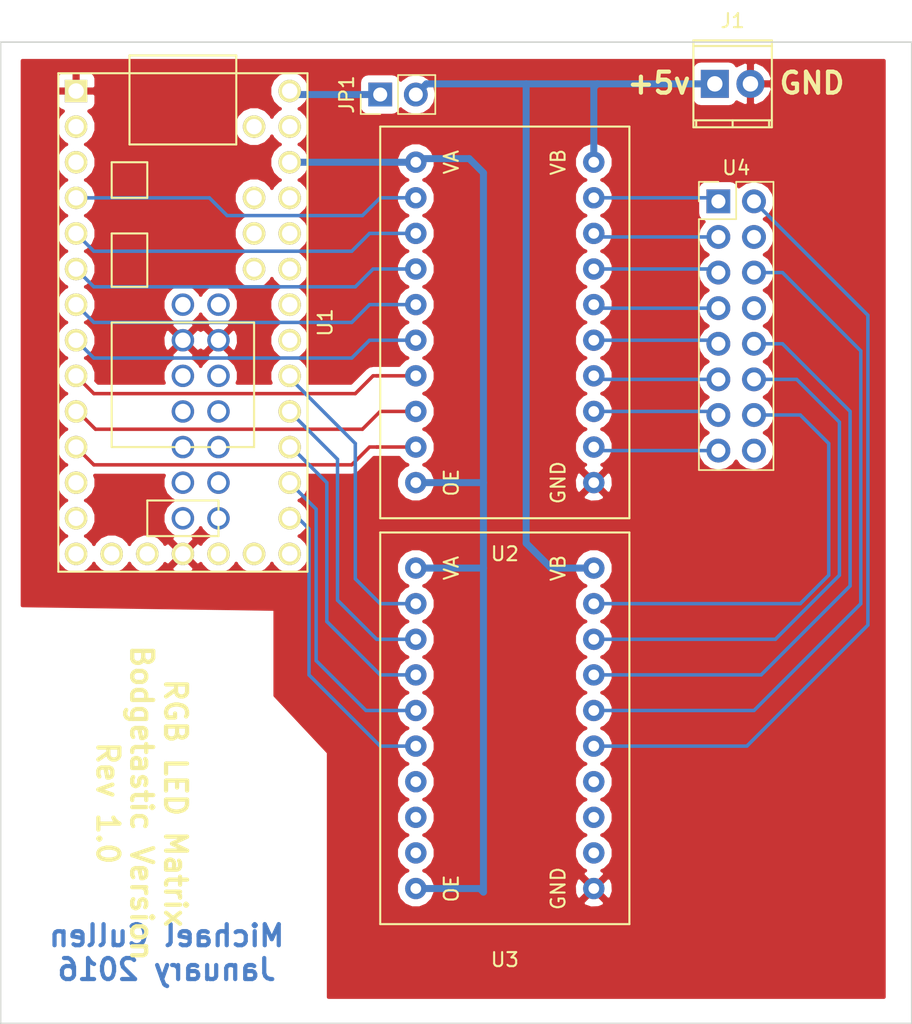
<source format=kicad_pcb>
(kicad_pcb (version 4) (host pcbnew 4.0.5)

  (general
    (links 40)
    (no_connects 0)
    (area 104.949999 71.920951 170.050001 145.050001)
    (thickness 1.6)
    (drawings 8)
    (tracks 130)
    (zones 0)
    (modules 6)
    (nets 31)
  )

  (page A4)
  (title_block
    (title "RGB LED Matrix")
    (date 2017-01-09)
    (rev 1.0)
    (company "Michael Cullen")
    (comment 1 "Bodgetastic Version")
  )

  (layers
    (0 F.Cu signal)
    (31 B.Cu signal)
    (32 B.Adhes user)
    (33 F.Adhes user)
    (34 B.Paste user)
    (35 F.Paste user)
    (36 B.SilkS user)
    (37 F.SilkS user)
    (38 B.Mask user)
    (39 F.Mask user)
    (40 Dwgs.User user)
    (41 Cmts.User user)
    (42 Eco1.User user)
    (43 Eco2.User user)
    (44 Edge.Cuts user)
    (45 Margin user)
    (46 B.CrtYd user)
    (47 F.CrtYd user)
    (48 B.Fab user)
    (49 F.Fab user)
  )

  (setup
    (last_trace_width 0.25)
    (trace_clearance 0.2)
    (zone_clearance 0.508)
    (zone_45_only no)
    (trace_min 0.2)
    (segment_width 0.2)
    (edge_width 0.1)
    (via_size 0.6)
    (via_drill 0.4)
    (via_min_size 0.4)
    (via_min_drill 0.3)
    (uvia_size 0.3)
    (uvia_drill 0.1)
    (uvias_allowed no)
    (uvia_min_size 0.2)
    (uvia_min_drill 0.1)
    (pcb_text_width 0.3)
    (pcb_text_size 1.5 1.5)
    (mod_edge_width 0.15)
    (mod_text_size 1 1)
    (mod_text_width 0.15)
    (pad_size 1.5 1.5)
    (pad_drill 0.6)
    (pad_to_mask_clearance 0)
    (aux_axis_origin 0 0)
    (visible_elements FFFFFF7F)
    (pcbplotparams
      (layerselection 0x010f0_80000001)
      (usegerberextensions true)
      (excludeedgelayer true)
      (linewidth 0.100000)
      (plotframeref false)
      (viasonmask false)
      (mode 1)
      (useauxorigin false)
      (hpglpennumber 1)
      (hpglpenspeed 20)
      (hpglpendiameter 15)
      (hpglpenoverlay 2)
      (psnegative false)
      (psa4output false)
      (plotreference true)
      (plotvalue true)
      (plotinvisibletext false)
      (padsonsilk false)
      (subtractmaskfromsilk false)
      (outputformat 1)
      (mirror false)
      (drillshape 0)
      (scaleselection 1)
      (outputdirectory gerbers/))
  )

  (net 0 "")
  (net 1 GND)
  (net 2 +5V)
  (net 3 +3V3)
  (net 4 "Net-(JP1-Pad1)")
  (net 5 "Net-(U1-Pad21)")
  (net 6 "Net-(U1-Pad22)")
  (net 7 "Net-(U1-Pad23)")
  (net 8 "Net-(U1-Pad24)")
  (net 9 "Net-(U1-Pad25)")
  (net 10 "Net-(U1-Pad11)")
  (net 11 "Net-(U1-Pad10)")
  (net 12 "Net-(U1-Pad9)")
  (net 13 "Net-(U1-Pad8)")
  (net 14 "Net-(U1-Pad7)")
  (net 15 "Net-(U1-Pad6)")
  (net 16 "Net-(U1-Pad5)")
  (net 17 "Net-(U1-Pad4)")
  (net 18 "Net-(U2-Pad20)")
  (net 19 "Net-(U2-Pad18)")
  (net 20 "Net-(U2-Pad17)")
  (net 21 "Net-(U2-Pad16)")
  (net 22 "Net-(U2-Pad15)")
  (net 23 "Net-(U2-Pad14)")
  (net 24 "Net-(U2-Pad13)")
  (net 25 "Net-(U2-Pad12)")
  (net 26 "Net-(U3-Pad20)")
  (net 27 "Net-(U3-Pad18)")
  (net 28 "Net-(U3-Pad17)")
  (net 29 "Net-(U3-Pad16)")
  (net 30 "Net-(U3-Pad15)")

  (net_class Default "This is the default net class."
    (clearance 0.2)
    (trace_width 0.25)
    (via_dia 0.6)
    (via_drill 0.4)
    (uvia_dia 0.3)
    (uvia_drill 0.1)
    (add_net "Net-(U1-Pad10)")
    (add_net "Net-(U1-Pad11)")
    (add_net "Net-(U1-Pad21)")
    (add_net "Net-(U1-Pad22)")
    (add_net "Net-(U1-Pad23)")
    (add_net "Net-(U1-Pad24)")
    (add_net "Net-(U1-Pad25)")
    (add_net "Net-(U1-Pad4)")
    (add_net "Net-(U1-Pad5)")
    (add_net "Net-(U1-Pad6)")
    (add_net "Net-(U1-Pad7)")
    (add_net "Net-(U1-Pad8)")
    (add_net "Net-(U1-Pad9)")
    (add_net "Net-(U2-Pad12)")
    (add_net "Net-(U2-Pad13)")
    (add_net "Net-(U2-Pad14)")
    (add_net "Net-(U2-Pad15)")
    (add_net "Net-(U2-Pad16)")
    (add_net "Net-(U2-Pad17)")
    (add_net "Net-(U2-Pad18)")
    (add_net "Net-(U2-Pad20)")
    (add_net "Net-(U3-Pad15)")
    (add_net "Net-(U3-Pad16)")
    (add_net "Net-(U3-Pad17)")
    (add_net "Net-(U3-Pad18)")
    (add_net "Net-(U3-Pad20)")
  )

  (net_class power ""
    (clearance 0.2)
    (trace_width 0.5)
    (via_dia 0.6)
    (via_drill 0.4)
    (uvia_dia 0.3)
    (uvia_drill 0.1)
    (add_net +3V3)
    (add_net +5V)
    (add_net GND)
    (add_net "Net-(JP1-Pad1)")
  )

  (module Connectors_Terminal_Blocks:TerminalBlock_Pheonix_MPT-2.54mm_2pol (layer F.Cu) (tedit 0) (tstamp 587234BA)
    (at 155.956 77.978)
    (descr "2-way 2.54mm pitch terminal block, Phoenix MPT series")
    (path /5870D840)
    (fp_text reference J1 (at 1.27 -4.50088) (layer F.SilkS)
      (effects (font (size 1 1) (thickness 0.15)))
    )
    (fp_text value Screw_Terminal_1x02 (at 1.27 4.50088) (layer F.Fab)
      (effects (font (size 1 1) (thickness 0.15)))
    )
    (fp_line (start -1.7 -3.3) (end 4.3 -3.3) (layer F.CrtYd) (width 0.05))
    (fp_line (start -1.7 3.3) (end -1.7 -3.3) (layer F.CrtYd) (width 0.05))
    (fp_line (start 4.3 3.3) (end -1.7 3.3) (layer F.CrtYd) (width 0.05))
    (fp_line (start 4.3 -3.3) (end 4.3 3.3) (layer F.CrtYd) (width 0.05))
    (fp_line (start 4.06908 2.60096) (end -1.52908 2.60096) (layer F.SilkS) (width 0.15))
    (fp_line (start -1.33096 3.0988) (end -1.33096 2.60096) (layer F.SilkS) (width 0.15))
    (fp_line (start 3.87096 2.60096) (end 3.87096 3.0988) (layer F.SilkS) (width 0.15))
    (fp_line (start 1.27 3.0988) (end 1.27 2.60096) (layer F.SilkS) (width 0.15))
    (fp_line (start -1.52908 -2.70002) (end 4.06908 -2.70002) (layer F.SilkS) (width 0.15))
    (fp_line (start -1.52908 3.0988) (end 4.06908 3.0988) (layer F.SilkS) (width 0.15))
    (fp_line (start 4.06908 3.0988) (end 4.06908 -3.0988) (layer F.SilkS) (width 0.15))
    (fp_line (start 4.06908 -3.0988) (end -1.52908 -3.0988) (layer F.SilkS) (width 0.15))
    (fp_line (start -1.52908 -3.0988) (end -1.52908 3.0988) (layer F.SilkS) (width 0.15))
    (pad 2 thru_hole oval (at 2.54 0) (size 1.99898 1.99898) (drill 1.09728) (layers *.Cu *.Mask)
      (net 1 GND))
    (pad 1 thru_hole rect (at 0 0) (size 1.99898 1.99898) (drill 1.09728) (layers *.Cu *.Mask)
      (net 2 +5V))
    (model Terminal_Blocks.3dshapes/TerminalBlock_Pheonix_MPT-2.54mm_2pol.wrl
      (at (xyz 0.05 0 0))
      (scale (xyz 1 1 1))
      (rotate (xyz 0 0 0))
    )
  )

  (module Pin_Headers:Pin_Header_Straight_1x02_Pitch2.54mm (layer F.Cu) (tedit 5862ED52) (tstamp 587234C0)
    (at 132.08 78.74 90)
    (descr "Through hole straight pin header, 1x02, 2.54mm pitch, single row")
    (tags "Through hole pin header THT 1x02 2.54mm single row")
    (path /5870FE60)
    (fp_text reference JP1 (at 0 -2.39 90) (layer F.SilkS)
      (effects (font (size 1 1) (thickness 0.15)))
    )
    (fp_text value Jumper_NO_Small (at 0 4.93 90) (layer F.Fab)
      (effects (font (size 1 1) (thickness 0.15)))
    )
    (fp_line (start -1.27 -1.27) (end -1.27 3.81) (layer F.Fab) (width 0.1))
    (fp_line (start -1.27 3.81) (end 1.27 3.81) (layer F.Fab) (width 0.1))
    (fp_line (start 1.27 3.81) (end 1.27 -1.27) (layer F.Fab) (width 0.1))
    (fp_line (start 1.27 -1.27) (end -1.27 -1.27) (layer F.Fab) (width 0.1))
    (fp_line (start -1.39 1.27) (end -1.39 3.93) (layer F.SilkS) (width 0.12))
    (fp_line (start -1.39 3.93) (end 1.39 3.93) (layer F.SilkS) (width 0.12))
    (fp_line (start 1.39 3.93) (end 1.39 1.27) (layer F.SilkS) (width 0.12))
    (fp_line (start 1.39 1.27) (end -1.39 1.27) (layer F.SilkS) (width 0.12))
    (fp_line (start -1.39 0) (end -1.39 -1.39) (layer F.SilkS) (width 0.12))
    (fp_line (start -1.39 -1.39) (end 0 -1.39) (layer F.SilkS) (width 0.12))
    (fp_line (start -1.6 -1.6) (end -1.6 4.1) (layer F.CrtYd) (width 0.05))
    (fp_line (start -1.6 4.1) (end 1.6 4.1) (layer F.CrtYd) (width 0.05))
    (fp_line (start 1.6 4.1) (end 1.6 -1.6) (layer F.CrtYd) (width 0.05))
    (fp_line (start 1.6 -1.6) (end -1.6 -1.6) (layer F.CrtYd) (width 0.05))
    (pad 1 thru_hole rect (at 0 0 90) (size 1.7 1.7) (drill 1) (layers *.Cu *.Mask)
      (net 4 "Net-(JP1-Pad1)"))
    (pad 2 thru_hole oval (at 0 2.54 90) (size 1.7 1.7) (drill 1) (layers *.Cu *.Mask)
      (net 2 +5V))
    (model Pin_Headers.3dshapes/Pin_Header_Straight_1x02_Pitch2.54mm.wrl
      (at (xyz 0 -0.05 0))
      (scale (xyz 1 1 1))
      (rotate (xyz 0 0 90))
    )
  )

  (module Pin_Headers:Pin_Header_Straight_2x08_Pitch2.54mm (layer F.Cu) (tedit 5862ED53) (tstamp 5872353B)
    (at 156.21 86.36)
    (descr "Through hole straight pin header, 2x08, 2.54mm pitch, double rows")
    (tags "Through hole pin header THT 2x08 2.54mm double row")
    (path /5866DBAF)
    (fp_text reference U4 (at 1.27 -2.39) (layer F.SilkS)
      (effects (font (size 1 1) (thickness 0.15)))
    )
    (fp_text value RGBLEDMTX (at 1.27 20.17) (layer F.Fab)
      (effects (font (size 1 1) (thickness 0.15)))
    )
    (fp_line (start -1.27 -1.27) (end -1.27 19.05) (layer F.Fab) (width 0.1))
    (fp_line (start -1.27 19.05) (end 3.81 19.05) (layer F.Fab) (width 0.1))
    (fp_line (start 3.81 19.05) (end 3.81 -1.27) (layer F.Fab) (width 0.1))
    (fp_line (start 3.81 -1.27) (end -1.27 -1.27) (layer F.Fab) (width 0.1))
    (fp_line (start -1.39 1.27) (end -1.39 19.17) (layer F.SilkS) (width 0.12))
    (fp_line (start -1.39 19.17) (end 3.93 19.17) (layer F.SilkS) (width 0.12))
    (fp_line (start 3.93 19.17) (end 3.93 -1.39) (layer F.SilkS) (width 0.12))
    (fp_line (start 3.93 -1.39) (end 1.27 -1.39) (layer F.SilkS) (width 0.12))
    (fp_line (start 1.27 -1.39) (end 1.27 1.27) (layer F.SilkS) (width 0.12))
    (fp_line (start 1.27 1.27) (end -1.39 1.27) (layer F.SilkS) (width 0.12))
    (fp_line (start -1.39 0) (end -1.39 -1.39) (layer F.SilkS) (width 0.12))
    (fp_line (start -1.39 -1.39) (end 0 -1.39) (layer F.SilkS) (width 0.12))
    (fp_line (start -1.6 -1.6) (end -1.6 19.3) (layer F.CrtYd) (width 0.05))
    (fp_line (start -1.6 19.3) (end 4.1 19.3) (layer F.CrtYd) (width 0.05))
    (fp_line (start 4.1 19.3) (end 4.1 -1.6) (layer F.CrtYd) (width 0.05))
    (fp_line (start 4.1 -1.6) (end -1.6 -1.6) (layer F.CrtYd) (width 0.05))
    (pad 1 thru_hole rect (at 0 0) (size 1.7 1.7) (drill 1) (layers *.Cu *.Mask)
      (net 18 "Net-(U2-Pad20)"))
    (pad 2 thru_hole oval (at 2.54 0) (size 1.7 1.7) (drill 1) (layers *.Cu *.Mask)
      (net 30 "Net-(U3-Pad15)"))
    (pad 3 thru_hole oval (at 0 2.54) (size 1.7 1.7) (drill 1) (layers *.Cu *.Mask)
      (net 19 "Net-(U2-Pad18)"))
    (pad 4 thru_hole oval (at 2.54 2.54) (size 1.7 1.7) (drill 1) (layers *.Cu *.Mask))
    (pad 5 thru_hole oval (at 0 5.08) (size 1.7 1.7) (drill 1) (layers *.Cu *.Mask)
      (net 20 "Net-(U2-Pad17)"))
    (pad 6 thru_hole oval (at 2.54 5.08) (size 1.7 1.7) (drill 1) (layers *.Cu *.Mask)
      (net 29 "Net-(U3-Pad16)"))
    (pad 7 thru_hole oval (at 0 7.62) (size 1.7 1.7) (drill 1) (layers *.Cu *.Mask)
      (net 21 "Net-(U2-Pad16)"))
    (pad 8 thru_hole oval (at 2.54 7.62) (size 1.7 1.7) (drill 1) (layers *.Cu *.Mask))
    (pad 9 thru_hole oval (at 0 10.16) (size 1.7 1.7) (drill 1) (layers *.Cu *.Mask)
      (net 22 "Net-(U2-Pad15)"))
    (pad 10 thru_hole oval (at 2.54 10.16) (size 1.7 1.7) (drill 1) (layers *.Cu *.Mask)
      (net 28 "Net-(U3-Pad17)"))
    (pad 11 thru_hole oval (at 0 12.7) (size 1.7 1.7) (drill 1) (layers *.Cu *.Mask)
      (net 23 "Net-(U2-Pad14)"))
    (pad 12 thru_hole oval (at 2.54 12.7) (size 1.7 1.7) (drill 1) (layers *.Cu *.Mask)
      (net 27 "Net-(U3-Pad18)"))
    (pad 13 thru_hole oval (at 0 15.24) (size 1.7 1.7) (drill 1) (layers *.Cu *.Mask)
      (net 24 "Net-(U2-Pad13)"))
    (pad 14 thru_hole oval (at 2.54 15.24) (size 1.7 1.7) (drill 1) (layers *.Cu *.Mask)
      (net 26 "Net-(U3-Pad20)"))
    (pad 15 thru_hole oval (at 0 17.78) (size 1.7 1.7) (drill 1) (layers *.Cu *.Mask)
      (net 25 "Net-(U2-Pad12)"))
    (pad 16 thru_hole oval (at 2.54 17.78) (size 1.7 1.7) (drill 1) (layers *.Cu *.Mask))
    (model Pin_Headers.3dshapes/Pin_Header_Straight_2x08_Pitch2.54mm.wrl
      (at (xyz 0.05 -0.35 0))
      (scale (xyz 1 1 1))
      (rotate (xyz 0 0 90))
    )
  )

  (module Teensy:Teensy30_31_32_LC (layer F.Cu) (tedit 581B9EAD) (tstamp 5872420D)
    (at 118 95 270)
    (path /5866D593)
    (fp_text reference U1 (at 0 -10.16 270) (layer F.SilkS)
      (effects (font (size 1 1) (thickness 0.15)))
    )
    (fp_text value Teensy3.1 (at 0 10.16 270) (layer F.Fab)
      (effects (font (size 1 1) (thickness 0.15)))
    )
    (fp_line (start -17.78 3.81) (end -19.05 3.81) (layer F.SilkS) (width 0.15))
    (fp_line (start -19.05 3.81) (end -19.05 -3.81) (layer F.SilkS) (width 0.15))
    (fp_line (start -19.05 -3.81) (end -17.78 -3.81) (layer F.SilkS) (width 0.15))
    (fp_line (start -6.35 5.08) (end -2.54 5.08) (layer F.SilkS) (width 0.15))
    (fp_line (start -2.54 5.08) (end -2.54 2.54) (layer F.SilkS) (width 0.15))
    (fp_line (start -2.54 2.54) (end -6.35 2.54) (layer F.SilkS) (width 0.15))
    (fp_line (start -6.35 2.54) (end -6.35 5.08) (layer F.SilkS) (width 0.15))
    (fp_line (start -12.7 3.81) (end -12.7 -3.81) (layer F.SilkS) (width 0.15))
    (fp_line (start -12.7 -3.81) (end -17.78 -3.81) (layer F.SilkS) (width 0.15))
    (fp_line (start -12.7 3.81) (end -17.78 3.81) (layer F.SilkS) (width 0.15))
    (fp_line (start -11.43 5.08) (end -8.89 5.08) (layer F.SilkS) (width 0.15))
    (fp_line (start -8.89 5.08) (end -8.89 2.54) (layer F.SilkS) (width 0.15))
    (fp_line (start -8.89 2.54) (end -11.43 2.54) (layer F.SilkS) (width 0.15))
    (fp_line (start -11.43 2.54) (end -11.43 5.08) (layer F.SilkS) (width 0.15))
    (fp_line (start 15.24 -2.54) (end 15.24 2.54) (layer F.SilkS) (width 0.15))
    (fp_line (start 15.24 2.54) (end 12.7 2.54) (layer F.SilkS) (width 0.15))
    (fp_line (start 12.7 2.54) (end 12.7 -2.54) (layer F.SilkS) (width 0.15))
    (fp_line (start 12.7 -2.54) (end 15.24 -2.54) (layer F.SilkS) (width 0.15))
    (fp_line (start 8.89 5.08) (end 8.89 -5.08) (layer F.SilkS) (width 0.15))
    (fp_line (start 0 -5.08) (end 0 5.08) (layer F.SilkS) (width 0.15))
    (fp_line (start 8.89 -5.08) (end 0 -5.08) (layer F.SilkS) (width 0.15))
    (fp_line (start 8.89 5.08) (end 0 5.08) (layer F.SilkS) (width 0.15))
    (fp_line (start -17.78 -8.89) (end 17.78 -8.89) (layer F.SilkS) (width 0.15))
    (fp_line (start 17.78 -8.89) (end 17.78 8.89) (layer F.SilkS) (width 0.15))
    (fp_line (start 17.78 8.89) (end -17.78 8.89) (layer F.SilkS) (width 0.15))
    (fp_line (start -17.78 8.89) (end -17.78 -8.89) (layer F.SilkS) (width 0.15))
    (pad 17 thru_hole circle (at 16.51 0 270) (size 1.6 1.6) (drill 1.1) (layers *.Cu *.Mask F.SilkS)
      (net 1 GND))
    (pad 18 thru_hole circle (at 16.51 -2.54 270) (size 1.6 1.6) (drill 1.1) (layers *.Cu *.Mask F.SilkS))
    (pad 19 thru_hole circle (at 16.51 -5.08 270) (size 1.6 1.6) (drill 1.1) (layers *.Cu *.Mask F.SilkS))
    (pad 20 thru_hole circle (at 16.51 -7.62 270) (size 1.6 1.6) (drill 1.1) (layers *.Cu *.Mask F.SilkS))
    (pad 16 thru_hole circle (at 16.51 2.54 270) (size 1.6 1.6) (drill 1.1) (layers *.Cu *.Mask F.SilkS))
    (pad 15 thru_hole circle (at 16.51 5.08 270) (size 1.6 1.6) (drill 1.1) (layers *.Cu *.Mask F.SilkS))
    (pad 14 thru_hole circle (at 16.51 7.62 270) (size 1.6 1.6) (drill 1.1) (layers *.Cu *.Mask F.SilkS))
    (pad 21 thru_hole circle (at 13.97 -7.62 270) (size 1.6 1.6) (drill 1.1) (layers *.Cu *.Mask F.SilkS)
      (net 5 "Net-(U1-Pad21)"))
    (pad 22 thru_hole circle (at 11.43 -7.62 270) (size 1.6 1.6) (drill 1.1) (layers *.Cu *.Mask F.SilkS)
      (net 6 "Net-(U1-Pad22)"))
    (pad 23 thru_hole circle (at 8.89 -7.62 270) (size 1.6 1.6) (drill 1.1) (layers *.Cu *.Mask F.SilkS)
      (net 7 "Net-(U1-Pad23)"))
    (pad 24 thru_hole circle (at 6.35 -7.62 270) (size 1.6 1.6) (drill 1.1) (layers *.Cu *.Mask F.SilkS)
      (net 8 "Net-(U1-Pad24)"))
    (pad 25 thru_hole circle (at 3.81 -7.62 270) (size 1.6 1.6) (drill 1.1) (layers *.Cu *.Mask F.SilkS)
      (net 9 "Net-(U1-Pad25)"))
    (pad 26 thru_hole circle (at 1.27 -7.62 270) (size 1.6 1.6) (drill 1.1) (layers *.Cu *.Mask F.SilkS))
    (pad 27 thru_hole circle (at -1.27 -7.62 270) (size 1.6 1.6) (drill 1.1) (layers *.Cu *.Mask F.SilkS))
    (pad 28 thru_hole circle (at -3.81 -7.62 270) (size 1.6 1.6) (drill 1.1) (layers *.Cu *.Mask F.SilkS))
    (pad 29 thru_hole circle (at -6.35 -7.62 270) (size 1.6 1.6) (drill 1.1) (layers *.Cu *.Mask F.SilkS))
    (pad 30 thru_hole circle (at -8.89 -7.62 270) (size 1.6 1.6) (drill 1.1) (layers *.Cu *.Mask F.SilkS))
    (pad 31 thru_hole circle (at -11.43 -7.62 270) (size 1.6 1.6) (drill 1.1) (layers *.Cu *.Mask F.SilkS)
      (net 3 +3V3))
    (pad 32 thru_hole circle (at -13.97 -7.62 270) (size 1.6 1.6) (drill 1.1) (layers *.Cu *.Mask F.SilkS))
    (pad 33 thru_hole circle (at -16.51 -7.62 270) (size 1.6 1.6) (drill 1.1) (layers *.Cu *.Mask F.SilkS)
      (net 4 "Net-(JP1-Pad1)"))
    (pad 34 thru_hole circle (at -13.97 -5.08 270) (size 1.6 1.6) (drill 1.1) (layers *.Cu *.Mask F.SilkS))
    (pad 35 thru_hole circle (at -8.89 -5.08 270) (size 1.6 1.6) (drill 1.1) (layers *.Cu *.Mask F.SilkS))
    (pad 36 thru_hole circle (at -6.35 -5.08 270) (size 1.6 1.6) (drill 1.1) (layers *.Cu *.Mask F.SilkS))
    (pad 37 thru_hole circle (at -3.81 -5.08 270) (size 1.6 1.6) (drill 1.1) (layers *.Cu *.Mask F.SilkS))
    (pad 13 thru_hole circle (at 13.97 7.62 270) (size 1.6 1.6) (drill 1.1) (layers *.Cu *.Mask F.SilkS))
    (pad 12 thru_hole circle (at 11.43 7.62 270) (size 1.6 1.6) (drill 1.1) (layers *.Cu *.Mask F.SilkS))
    (pad 11 thru_hole circle (at 8.89 7.62 270) (size 1.6 1.6) (drill 1.1) (layers *.Cu *.Mask F.SilkS)
      (net 10 "Net-(U1-Pad11)"))
    (pad 10 thru_hole circle (at 6.35 7.62 270) (size 1.6 1.6) (drill 1.1) (layers *.Cu *.Mask F.SilkS)
      (net 11 "Net-(U1-Pad10)"))
    (pad 9 thru_hole circle (at 3.81 7.62 270) (size 1.6 1.6) (drill 1.1) (layers *.Cu *.Mask F.SilkS)
      (net 12 "Net-(U1-Pad9)"))
    (pad 8 thru_hole circle (at 1.27 7.62 270) (size 1.6 1.6) (drill 1.1) (layers *.Cu *.Mask F.SilkS)
      (net 13 "Net-(U1-Pad8)"))
    (pad 7 thru_hole circle (at -1.27 7.62 270) (size 1.6 1.6) (drill 1.1) (layers *.Cu *.Mask F.SilkS)
      (net 14 "Net-(U1-Pad7)"))
    (pad 6 thru_hole circle (at -3.81 7.62 270) (size 1.6 1.6) (drill 1.1) (layers *.Cu *.Mask F.SilkS)
      (net 15 "Net-(U1-Pad6)"))
    (pad 5 thru_hole circle (at -6.35 7.62 270) (size 1.6 1.6) (drill 1.1) (layers *.Cu *.Mask F.SilkS)
      (net 16 "Net-(U1-Pad5)"))
    (pad 4 thru_hole circle (at -8.89 7.62 270) (size 1.6 1.6) (drill 1.1) (layers *.Cu *.Mask F.SilkS)
      (net 17 "Net-(U1-Pad4)"))
    (pad 3 thru_hole circle (at -11.43 7.62 270) (size 1.6 1.6) (drill 1.1) (layers *.Cu *.Mask F.SilkS))
    (pad 2 thru_hole circle (at -13.97 7.62 270) (size 1.6 1.6) (drill 1.1) (layers *.Cu *.Mask F.SilkS))
    (pad 1 thru_hole rect (at -16.51 7.62 270) (size 1.6 1.6) (drill 1.1) (layers *.Cu *.Mask F.SilkS)
      (net 1 GND))
    (pad 38 thru_hole circle (at -1.27 0 270) (size 1.6 1.6) (drill 1.1) (layers *.Cu *.Mask))
    (pad 39 thru_hole circle (at 1.27 0 270) (size 1.6 1.6) (drill 1.1) (layers *.Cu *.Mask)
      (net 1 GND))
    (pad 40 thru_hole circle (at 3.81 0 270) (size 1.6 1.6) (drill 1.1) (layers *.Cu *.Mask))
    (pad 41 thru_hole circle (at 6.35 0 270) (size 1.6 1.6) (drill 1.1) (layers *.Cu *.Mask))
    (pad 42 thru_hole circle (at 8.89 0 270) (size 1.6 1.6) (drill 1.1) (layers *.Cu *.Mask))
    (pad 43 thru_hole circle (at 11.43 0 270) (size 1.6 1.6) (drill 1.1) (layers *.Cu *.Mask))
    (pad 44 thru_hole circle (at 13.97 0 270) (size 1.6 1.6) (drill 1.1) (layers *.Cu *.Mask))
    (pad 45 thru_hole circle (at 13.97 -2.54 270) (size 1.6 1.6) (drill 1.1) (layers *.Cu *.Mask))
    (pad 46 thru_hole circle (at 11.43 -2.54 270) (size 1.6 1.6) (drill 1.1) (layers *.Cu *.Mask))
    (pad 47 thru_hole circle (at 8.89 -2.54 270) (size 1.6 1.6) (drill 1.1) (layers *.Cu *.Mask))
    (pad 48 thru_hole circle (at 6.35 -2.54 270) (size 1.6 1.6) (drill 1.1) (layers *.Cu *.Mask))
    (pad 49 thru_hole circle (at 3.81 -2.54 270) (size 1.6 1.6) (drill 1.1) (layers *.Cu *.Mask))
    (pad 50 thru_hole circle (at 1.27 -2.54 270) (size 1.6 1.6) (drill 1.1) (layers *.Cu *.Mask)
      (net 1 GND))
    (pad 51 thru_hole circle (at -1.27 -2.54 270) (size 1.6 1.6) (drill 1.1) (layers *.Cu *.Mask))
  )

  (module txb0108_breakout:txb0108_breakout (layer F.Cu) (tedit 58736913) (tstamp 58723527)
    (at 137.16 120.142 270)
    (path /5866DD6F)
    (fp_text reference U3 (at 20.32 -3.81 360) (layer F.SilkS)
      (effects (font (size 1 1) (thickness 0.15)))
    )
    (fp_text value TXB0108-PW (at 2.54 -15.24 270) (layer F.Fab)
      (effects (font (size 1 1) (thickness 0.15)))
    )
    (fp_line (start -10.16 -12.7) (end -10.16 5.08) (layer F.SilkS) (width 0.15))
    (fp_line (start 17.78 -12.7) (end 17.78 5.08) (layer F.SilkS) (width 0.15))
    (fp_text user OE (at 15.24 0 270) (layer F.SilkS)
      (effects (font (size 1 1) (thickness 0.15)))
    )
    (fp_text user GND (at 15.24 -7.62 270) (layer F.SilkS)
      (effects (font (size 1 1) (thickness 0.15)))
    )
    (fp_text user VB (at -7.62 -7.62 270) (layer F.SilkS)
      (effects (font (size 1 1) (thickness 0.15)))
    )
    (fp_text user VA (at -7.62 0 270) (layer F.SilkS)
      (effects (font (size 1 1) (thickness 0.15)))
    )
    (fp_line (start -10.16 -12.7) (end 17.78 -12.7) (layer F.SilkS) (width 0.15))
    (fp_line (start 17.78 5.08) (end -10.16 5.08) (layer F.SilkS) (width 0.15))
    (pad 19 thru_hole circle (at -7.62 -10.16 270) (size 1.524 1.524) (drill 0.762) (layers *.Cu *.Mask)
      (net 2 +5V))
    (pad 20 thru_hole circle (at -5.08 -10.16 270) (size 1.524 1.524) (drill 0.762) (layers *.Cu *.Mask)
      (net 26 "Net-(U3-Pad20)"))
    (pad 18 thru_hole circle (at -2.54 -10.16 270) (size 1.524 1.524) (drill 0.762) (layers *.Cu *.Mask)
      (net 27 "Net-(U3-Pad18)"))
    (pad 17 thru_hole circle (at 0 -10.16 270) (size 1.524 1.524) (drill 0.762) (layers *.Cu *.Mask)
      (net 28 "Net-(U3-Pad17)"))
    (pad 16 thru_hole circle (at 2.54 -10.16 270) (size 1.524 1.524) (drill 0.762) (layers *.Cu *.Mask)
      (net 29 "Net-(U3-Pad16)"))
    (pad 15 thru_hole circle (at 5.08 -10.16 270) (size 1.524 1.524) (drill 0.762) (layers *.Cu *.Mask)
      (net 30 "Net-(U3-Pad15)"))
    (pad 14 thru_hole circle (at 7.62 -10.16 270) (size 1.524 1.524) (drill 0.762) (layers *.Cu *.Mask))
    (pad 13 thru_hole circle (at 10.16 -10.16 270) (size 1.524 1.524) (drill 0.762) (layers *.Cu *.Mask))
    (pad 12 thru_hole circle (at 12.7 -10.16 270) (size 1.524 1.524) (drill 0.762) (layers *.Cu *.Mask))
    (pad 11 thru_hole circle (at 15.24 -10.16 270) (size 1.524 1.524) (drill 0.762) (layers *.Cu *.Mask)
      (net 1 GND))
    (pad 2 thru_hole circle (at -7.62 2.54 270) (size 1.524 1.524) (drill 0.762) (layers *.Cu *.Mask)
      (net 3 +3V3))
    (pad 1 thru_hole circle (at -5.08 2.54 270) (size 1.524 1.524) (drill 0.762) (layers *.Cu *.Mask)
      (net 9 "Net-(U1-Pad25)"))
    (pad 3 thru_hole circle (at -2.54 2.54 270) (size 1.524 1.524) (drill 0.762) (layers *.Cu *.Mask)
      (net 8 "Net-(U1-Pad24)"))
    (pad 4 thru_hole circle (at 0 2.54 270) (size 1.524 1.524) (drill 0.762) (layers *.Cu *.Mask)
      (net 7 "Net-(U1-Pad23)"))
    (pad 5 thru_hole circle (at 2.54 2.54 270) (size 1.524 1.524) (drill 0.762) (layers *.Cu *.Mask)
      (net 6 "Net-(U1-Pad22)"))
    (pad 6 thru_hole circle (at 5.08 2.54 270) (size 1.524 1.524) (drill 0.762) (layers *.Cu *.Mask)
      (net 5 "Net-(U1-Pad21)"))
    (pad 7 thru_hole circle (at 7.62 2.54 270) (size 1.524 1.524) (drill 0.762) (layers *.Cu *.Mask))
    (pad 8 thru_hole circle (at 10.16 2.54 270) (size 1.524 1.524) (drill 0.762) (layers *.Cu *.Mask))
    (pad 9 thru_hole circle (at 12.7 2.54 270) (size 1.524 1.524) (drill 0.762) (layers *.Cu *.Mask))
    (pad 10 thru_hole circle (at 15.24 2.54 270) (size 1.524 1.524) (drill 0.762) (layers *.Cu *.Mask)
      (net 3 +3V3))
  )

  (module txb0108_breakout:txb0108_breakout (layer F.Cu) (tedit 58736913) (tstamp 5872350F)
    (at 137.16 91.186 270)
    (path /5866DD35)
    (fp_text reference U2 (at 20.32 -3.81 360) (layer F.SilkS)
      (effects (font (size 1 1) (thickness 0.15)))
    )
    (fp_text value TXB0108-PW (at 2.54 -15.24 270) (layer F.Fab)
      (effects (font (size 1 1) (thickness 0.15)))
    )
    (fp_line (start -10.16 -12.7) (end -10.16 5.08) (layer F.SilkS) (width 0.15))
    (fp_line (start 17.78 -12.7) (end 17.78 5.08) (layer F.SilkS) (width 0.15))
    (fp_text user OE (at 15.24 0 270) (layer F.SilkS)
      (effects (font (size 1 1) (thickness 0.15)))
    )
    (fp_text user GND (at 15.24 -7.62 270) (layer F.SilkS)
      (effects (font (size 1 1) (thickness 0.15)))
    )
    (fp_text user VB (at -7.62 -7.62 270) (layer F.SilkS)
      (effects (font (size 1 1) (thickness 0.15)))
    )
    (fp_text user VA (at -7.62 0 270) (layer F.SilkS)
      (effects (font (size 1 1) (thickness 0.15)))
    )
    (fp_line (start -10.16 -12.7) (end 17.78 -12.7) (layer F.SilkS) (width 0.15))
    (fp_line (start 17.78 5.08) (end -10.16 5.08) (layer F.SilkS) (width 0.15))
    (pad 19 thru_hole circle (at -7.62 -10.16 270) (size 1.524 1.524) (drill 0.762) (layers *.Cu *.Mask)
      (net 2 +5V))
    (pad 20 thru_hole circle (at -5.08 -10.16 270) (size 1.524 1.524) (drill 0.762) (layers *.Cu *.Mask)
      (net 18 "Net-(U2-Pad20)"))
    (pad 18 thru_hole circle (at -2.54 -10.16 270) (size 1.524 1.524) (drill 0.762) (layers *.Cu *.Mask)
      (net 19 "Net-(U2-Pad18)"))
    (pad 17 thru_hole circle (at 0 -10.16 270) (size 1.524 1.524) (drill 0.762) (layers *.Cu *.Mask)
      (net 20 "Net-(U2-Pad17)"))
    (pad 16 thru_hole circle (at 2.54 -10.16 270) (size 1.524 1.524) (drill 0.762) (layers *.Cu *.Mask)
      (net 21 "Net-(U2-Pad16)"))
    (pad 15 thru_hole circle (at 5.08 -10.16 270) (size 1.524 1.524) (drill 0.762) (layers *.Cu *.Mask)
      (net 22 "Net-(U2-Pad15)"))
    (pad 14 thru_hole circle (at 7.62 -10.16 270) (size 1.524 1.524) (drill 0.762) (layers *.Cu *.Mask)
      (net 23 "Net-(U2-Pad14)"))
    (pad 13 thru_hole circle (at 10.16 -10.16 270) (size 1.524 1.524) (drill 0.762) (layers *.Cu *.Mask)
      (net 24 "Net-(U2-Pad13)"))
    (pad 12 thru_hole circle (at 12.7 -10.16 270) (size 1.524 1.524) (drill 0.762) (layers *.Cu *.Mask)
      (net 25 "Net-(U2-Pad12)"))
    (pad 11 thru_hole circle (at 15.24 -10.16 270) (size 1.524 1.524) (drill 0.762) (layers *.Cu *.Mask)
      (net 1 GND))
    (pad 2 thru_hole circle (at -7.62 2.54 270) (size 1.524 1.524) (drill 0.762) (layers *.Cu *.Mask)
      (net 3 +3V3))
    (pad 1 thru_hole circle (at -5.08 2.54 270) (size 1.524 1.524) (drill 0.762) (layers *.Cu *.Mask)
      (net 17 "Net-(U1-Pad4)"))
    (pad 3 thru_hole circle (at -2.54 2.54 270) (size 1.524 1.524) (drill 0.762) (layers *.Cu *.Mask)
      (net 16 "Net-(U1-Pad5)"))
    (pad 4 thru_hole circle (at 0 2.54 270) (size 1.524 1.524) (drill 0.762) (layers *.Cu *.Mask)
      (net 15 "Net-(U1-Pad6)"))
    (pad 5 thru_hole circle (at 2.54 2.54 270) (size 1.524 1.524) (drill 0.762) (layers *.Cu *.Mask)
      (net 14 "Net-(U1-Pad7)"))
    (pad 6 thru_hole circle (at 5.08 2.54 270) (size 1.524 1.524) (drill 0.762) (layers *.Cu *.Mask)
      (net 13 "Net-(U1-Pad8)"))
    (pad 7 thru_hole circle (at 7.62 2.54 270) (size 1.524 1.524) (drill 0.762) (layers *.Cu *.Mask)
      (net 12 "Net-(U1-Pad9)"))
    (pad 8 thru_hole circle (at 10.16 2.54 270) (size 1.524 1.524) (drill 0.762) (layers *.Cu *.Mask)
      (net 11 "Net-(U1-Pad10)"))
    (pad 9 thru_hole circle (at 12.7 2.54 270) (size 1.524 1.524) (drill 0.762) (layers *.Cu *.Mask)
      (net 10 "Net-(U1-Pad11)"))
    (pad 10 thru_hole circle (at 15.24 2.54 270) (size 1.524 1.524) (drill 0.762) (layers *.Cu *.Mask)
      (net 3 +3V3))
  )

  (gr_text "Michael Cullen\nJanuary 2016" (at 116.84 139.954) (layer B.Cu)
    (effects (font (size 1.5 1.5) (thickness 0.3)) (justify mirror))
  )
  (gr_text "RGB LED Matrix\nBodgetastic Version\nRev 1.0" (at 115.062 129.286 270) (layer F.SilkS)
    (effects (font (size 1.5 1.5) (thickness 0.3)))
  )
  (gr_line (start 105 145) (end 105 75) (angle 90) (layer Edge.Cuts) (width 0.1))
  (gr_line (start 170 145) (end 105 145) (angle 90) (layer Edge.Cuts) (width 0.1))
  (gr_line (start 170 75) (end 170 145) (angle 90) (layer Edge.Cuts) (width 0.1))
  (gr_line (start 105 75) (end 170 75) (angle 90) (layer Edge.Cuts) (width 0.1))
  (gr_text GND (at 162.8902 77.9272) (layer F.SilkS)
    (effects (font (size 1.5 1.5) (thickness 0.3)))
  )
  (gr_text +5v (at 151.9682 77.9272) (layer F.SilkS)
    (effects (font (size 1.5 1.5) (thickness 0.3)))
  )

  (segment (start 147.32 112.522) (end 144.272 112.522) (width 0.5) (layer B.Cu) (net 2))
  (segment (start 142.494 110.744) (end 142.494 77.978) (width 0.5) (layer B.Cu) (net 2) (tstamp 587272BD))
  (segment (start 144.272 112.522) (end 142.494 110.744) (width 0.5) (layer B.Cu) (net 2) (tstamp 587272BC))
  (segment (start 147.32 83.566) (end 147.32 78.232) (width 0.5) (layer B.Cu) (net 2))
  (segment (start 147.32 78.232) (end 147.574 77.978) (width 0.5) (layer B.Cu) (net 2) (tstamp 587272B7))
  (segment (start 155.956 77.978) (end 147.574 77.978) (width 0.5) (layer B.Cu) (net 2))
  (segment (start 147.574 77.978) (end 142.494 77.978) (width 0.5) (layer B.Cu) (net 2) (tstamp 587272BA))
  (segment (start 142.494 77.978) (end 135.382 77.978) (width 0.5) (layer B.Cu) (net 2) (tstamp 587272C0))
  (segment (start 135.382 77.978) (end 134.62 78.74) (width 0.5) (layer B.Cu) (net 2) (tstamp 587272B1))
  (segment (start 134.62 106.426) (end 139.446 106.426) (width 0.5) (layer B.Cu) (net 3))
  (segment (start 134.62 112.522) (end 139.446 112.522) (width 0.5) (layer B.Cu) (net 3))
  (segment (start 125.62 83.57) (end 134.616 83.57) (width 0.5) (layer B.Cu) (net 3))
  (segment (start 134.616 83.57) (end 134.874 83.312) (width 0.5) (layer B.Cu) (net 3) (tstamp 58736AD8))
  (segment (start 134.874 83.312) (end 138.43 83.312) (width 0.5) (layer B.Cu) (net 3) (tstamp 58736AD9))
  (segment (start 138.43 83.312) (end 139.446 84.328) (width 0.5) (layer B.Cu) (net 3) (tstamp 58736ADA))
  (segment (start 139.446 84.328) (end 139.446 106.426) (width 0.5) (layer B.Cu) (net 3) (tstamp 58736ADB))
  (segment (start 139.446 106.426) (end 139.446 112.522) (width 0.5) (layer B.Cu) (net 3) (tstamp 58736AE6))
  (segment (start 139.446 112.522) (end 139.446 135.636) (width 0.5) (layer B.Cu) (net 3) (tstamp 58736AE2))
  (segment (start 139.446 135.636) (end 139.192 135.382) (width 0.5) (layer B.Cu) (net 3) (tstamp 58736ADC))
  (segment (start 139.192 135.382) (end 134.62 135.382) (width 0.5) (layer B.Cu) (net 3) (tstamp 58736ADD))
  (segment (start 132.08 78.74) (end 125.87 78.74) (width 0.5) (layer B.Cu) (net 4))
  (segment (start 125.87 78.74) (end 125.62 78.49) (width 0.5) (layer B.Cu) (net 4) (tstamp 587272B4))
  (segment (start 134.62 125.222) (end 132.08 125.222) (width 0.25) (layer B.Cu) (net 5))
  (segment (start 127 120.142) (end 132.08 125.222) (width 0.25) (layer B.Cu) (net 5) (tstamp 587272D6))
  (segment (start 127 109.728) (end 127 120.142) (width 0.25) (layer B.Cu) (net 5) (tstamp 587272D5))
  (segment (start 127 109.728) (end 126.242 108.97) (width 0.25) (layer B.Cu) (net 5) (tstamp 587272D4))
  (segment (start 125.62 108.97) (end 126.242 108.97) (width 0.25) (layer B.Cu) (net 5))
  (segment (start 134.62 122.682) (end 132.08 122.682) (width 0.25) (layer B.Cu) (net 6))
  (segment (start 131.064 122.682) (end 127.508 119.126) (width 0.25) (layer B.Cu) (net 6) (tstamp 587272DA))
  (segment (start 127.508 119.126) (end 127.508 108.318) (width 0.25) (layer B.Cu) (net 6) (tstamp 587272DC))
  (segment (start 127.508 108.318) (end 125.62 106.43) (width 0.25) (layer B.Cu) (net 6) (tstamp 587272DE))
  (segment (start 132.08 122.682) (end 131.064 122.682) (width 0.25) (layer B.Cu) (net 6))
  (segment (start 134.62 120.142) (end 132.08 120.142) (width 0.25) (layer B.Cu) (net 7))
  (segment (start 128.27 116.332) (end 132.08 120.142) (width 0.25) (layer B.Cu) (net 7) (tstamp 587272E5))
  (segment (start 128.27 106.426) (end 128.27 116.332) (width 0.25) (layer B.Cu) (net 7) (tstamp 587272E3))
  (segment (start 128.27 106.426) (end 125.734 103.89) (width 0.25) (layer B.Cu) (net 7) (tstamp 587272E2))
  (segment (start 125.62 103.89) (end 125.734 103.89) (width 0.25) (layer B.Cu) (net 7))
  (segment (start 134.62 117.602) (end 132.08 117.602) (width 0.25) (layer B.Cu) (net 8))
  (segment (start 129.032 104.762) (end 125.62 101.35) (width 0.25) (layer B.Cu) (net 8) (tstamp 587272EC))
  (segment (start 129.032 114.808) (end 129.032 104.762) (width 0.25) (layer B.Cu) (net 8) (tstamp 587272EA))
  (segment (start 131.826 117.602) (end 129.032 114.808) (width 0.25) (layer B.Cu) (net 8) (tstamp 587272E9))
  (segment (start 132.08 117.602) (end 131.826 117.602) (width 0.25) (layer B.Cu) (net 8))
  (segment (start 134.62 115.062) (end 132.08 115.062) (width 0.25) (layer B.Cu) (net 9))
  (segment (start 130.302 113.284) (end 132.08 115.062) (width 0.25) (layer B.Cu) (net 9) (tstamp 587272F3))
  (segment (start 130.302 103.632) (end 130.302 113.284) (width 0.25) (layer B.Cu) (net 9) (tstamp 587272F1))
  (segment (start 130.302 103.632) (end 125.62 98.95) (width 0.25) (layer B.Cu) (net 9) (tstamp 587272F0))
  (segment (start 125.62 98.81) (end 125.62 98.95) (width 0.25) (layer B.Cu) (net 9))
  (segment (start 134.62 103.886) (end 131.826 103.886) (width 0.25) (layer F.Cu) (net 10))
  (segment (start 132.08 103.886) (end 131.826 103.886) (width 0.25) (layer F.Cu) (net 10))
  (segment (start 131.826 103.886) (end 131.318 103.886) (width 0.25) (layer F.Cu) (net 10) (tstamp 58736AC4))
  (segment (start 131.318 103.886) (end 130.048 105.156) (width 0.25) (layer F.Cu) (net 10) (tstamp 587273AC))
  (segment (start 130.048 105.156) (end 111.646 105.156) (width 0.25) (layer F.Cu) (net 10) (tstamp 587273AD))
  (segment (start 111.646 105.156) (end 110.38 103.89) (width 0.25) (layer F.Cu) (net 10) (tstamp 587273AF))
  (segment (start 134.62 101.346) (end 132.08 101.346) (width 0.25) (layer F.Cu) (net 11))
  (segment (start 130.81 102.616) (end 132.08 101.346) (width 0.25) (layer F.Cu) (net 11) (tstamp 587273A8))
  (segment (start 111.76 102.616) (end 130.81 102.616) (width 0.25) (layer F.Cu) (net 11) (tstamp 587273A6))
  (segment (start 111.76 102.616) (end 110.494 101.35) (width 0.25) (layer F.Cu) (net 11) (tstamp 587273A5))
  (segment (start 110.38 101.35) (end 110.494 101.35) (width 0.25) (layer F.Cu) (net 11))
  (segment (start 134.62 98.806) (end 131.826 98.806) (width 0.25) (layer F.Cu) (net 12))
  (segment (start 111.646 100.076) (end 110.38 98.81) (width 0.25) (layer F.Cu) (net 12) (tstamp 587273A1))
  (segment (start 130.302 100.076) (end 111.646 100.076) (width 0.25) (layer F.Cu) (net 12) (tstamp 5872739F))
  (segment (start 131.572 98.806) (end 130.302 100.076) (width 0.25) (layer F.Cu) (net 12) (tstamp 5872739E))
  (segment (start 132.08 98.806) (end 131.826 98.806) (width 0.25) (layer F.Cu) (net 12))
  (segment (start 131.826 98.806) (end 131.572 98.806) (width 0.25) (layer F.Cu) (net 12) (tstamp 58736ACA))
  (segment (start 134.62 96.266) (end 132.334 96.266) (width 0.25) (layer B.Cu) (net 13))
  (segment (start 111.646 97.536) (end 110.38 96.27) (width 0.25) (layer B.Cu) (net 13) (tstamp 58727317))
  (segment (start 130.048 97.536) (end 111.646 97.536) (width 0.25) (layer B.Cu) (net 13) (tstamp 58727315))
  (segment (start 131.318 96.266) (end 130.048 97.536) (width 0.25) (layer B.Cu) (net 13) (tstamp 58727314))
  (segment (start 132.08 96.266) (end 131.318 96.266) (width 0.25) (layer B.Cu) (net 13))
  (segment (start 132.334 96.266) (end 132.08 96.266) (width 0.25) (layer B.Cu) (net 13) (tstamp 58736ACC))
  (segment (start 134.62 93.726) (end 131.826 93.726) (width 0.25) (layer B.Cu) (net 14))
  (segment (start 132.08 93.726) (end 131.826 93.726) (width 0.25) (layer B.Cu) (net 14))
  (segment (start 131.826 93.726) (end 131.318 93.726) (width 0.25) (layer B.Cu) (net 14) (tstamp 58736AB6))
  (segment (start 131.318 93.726) (end 130.048 94.996) (width 0.25) (layer B.Cu) (net 14) (tstamp 5872730D))
  (segment (start 130.048 94.996) (end 111.646 94.996) (width 0.25) (layer B.Cu) (net 14) (tstamp 5872730E))
  (segment (start 111.646 94.996) (end 110.38 93.73) (width 0.25) (layer B.Cu) (net 14) (tstamp 58727310))
  (segment (start 134.62 91.186) (end 131.572 91.186) (width 0.25) (layer B.Cu) (net 15))
  (segment (start 111.646 92.456) (end 110.38 91.19) (width 0.25) (layer B.Cu) (net 15) (tstamp 58727309))
  (segment (start 130.302 92.456) (end 111.646 92.456) (width 0.25) (layer B.Cu) (net 15) (tstamp 58727307))
  (segment (start 131.572 91.186) (end 130.302 92.456) (width 0.25) (layer B.Cu) (net 15) (tstamp 58727306))
  (segment (start 134.62 88.646) (end 131.318 88.646) (width 0.25) (layer B.Cu) (net 16))
  (segment (start 132.08 88.646) (end 131.318 88.646) (width 0.25) (layer B.Cu) (net 16))
  (segment (start 131.318 88.646) (end 130.048 89.916) (width 0.25) (layer B.Cu) (net 16) (tstamp 587272FF))
  (segment (start 130.048 89.916) (end 111.646 89.916) (width 0.25) (layer B.Cu) (net 16) (tstamp 58727300))
  (segment (start 111.646 89.916) (end 110.38 88.65) (width 0.25) (layer B.Cu) (net 16) (tstamp 58727302))
  (segment (start 134.62 86.106) (end 132.08 86.106) (width 0.25) (layer B.Cu) (net 17))
  (segment (start 119.892 86.11) (end 121.158 87.376) (width 0.25) (layer B.Cu) (net 17) (tstamp 587272F7))
  (segment (start 121.158 87.376) (end 130.81 87.376) (width 0.25) (layer B.Cu) (net 17) (tstamp 587272F9))
  (segment (start 130.81 87.376) (end 132.08 86.106) (width 0.25) (layer B.Cu) (net 17) (tstamp 587272FB))
  (segment (start 119.892 86.11) (end 110.38 86.11) (width 0.25) (layer B.Cu) (net 17))
  (segment (start 147.32 86.106) (end 155.956 86.106) (width 0.25) (layer B.Cu) (net 18))
  (segment (start 155.956 86.106) (end 156.21 86.36) (width 0.25) (layer B.Cu) (net 18) (tstamp 5872731C))
  (segment (start 156.21 88.9) (end 147.574 88.9) (width 0.25) (layer B.Cu) (net 19))
  (segment (start 147.574 88.9) (end 147.32 88.646) (width 0.25) (layer B.Cu) (net 19) (tstamp 5872731F))
  (segment (start 147.32 91.186) (end 155.956 91.186) (width 0.25) (layer B.Cu) (net 20))
  (segment (start 155.956 91.186) (end 156.21 91.44) (width 0.25) (layer B.Cu) (net 20) (tstamp 58727322))
  (segment (start 156.21 93.98) (end 147.574 93.98) (width 0.25) (layer B.Cu) (net 21))
  (segment (start 147.574 93.98) (end 147.32 93.726) (width 0.25) (layer B.Cu) (net 21) (tstamp 58727325))
  (segment (start 147.32 96.266) (end 155.956 96.266) (width 0.25) (layer B.Cu) (net 22))
  (segment (start 155.956 96.266) (end 156.21 96.52) (width 0.25) (layer B.Cu) (net 22) (tstamp 58727328))
  (segment (start 156.21 99.06) (end 147.574 99.06) (width 0.25) (layer B.Cu) (net 23))
  (segment (start 147.574 99.06) (end 147.32 98.806) (width 0.25) (layer B.Cu) (net 23) (tstamp 5872732B))
  (segment (start 147.32 101.346) (end 155.956 101.346) (width 0.25) (layer B.Cu) (net 24))
  (segment (start 155.956 101.346) (end 156.21 101.6) (width 0.25) (layer B.Cu) (net 24) (tstamp 5872732E))
  (segment (start 156.21 104.14) (end 147.574 104.14) (width 0.25) (layer B.Cu) (net 25))
  (segment (start 147.574 104.14) (end 147.32 103.886) (width 0.25) (layer B.Cu) (net 25) (tstamp 58727331))
  (segment (start 147.32 115.062) (end 162.052 115.062) (width 0.25) (layer B.Cu) (net 26))
  (segment (start 162.052 101.6) (end 158.75 101.6) (width 0.25) (layer B.Cu) (net 26) (tstamp 5872734F))
  (segment (start 164.084 103.632) (end 162.052 101.6) (width 0.25) (layer B.Cu) (net 26) (tstamp 5872734E))
  (segment (start 164.084 113.03) (end 164.084 103.632) (width 0.25) (layer B.Cu) (net 26) (tstamp 5872734C))
  (segment (start 162.052 115.062) (end 164.084 113.03) (width 0.25) (layer B.Cu) (net 26) (tstamp 5872734A))
  (segment (start 147.32 117.602) (end 160.274 117.602) (width 0.25) (layer B.Cu) (net 27))
  (segment (start 161.798 99.06) (end 158.75 99.06) (width 0.25) (layer B.Cu) (net 27) (tstamp 5872737E))
  (segment (start 164.846 102.108) (end 161.798 99.06) (width 0.25) (layer B.Cu) (net 27) (tstamp 5872737C))
  (segment (start 164.846 113.03) (end 164.846 102.108) (width 0.25) (layer B.Cu) (net 27) (tstamp 5872737A))
  (segment (start 160.274 117.602) (end 164.846 113.03) (width 0.25) (layer B.Cu) (net 27) (tstamp 58727378))
  (segment (start 147.32 120.142) (end 159.258 120.142) (width 0.25) (layer B.Cu) (net 28))
  (segment (start 160.782 96.52) (end 158.75 96.52) (width 0.25) (layer B.Cu) (net 28) (tstamp 58727388))
  (segment (start 165.608 101.346) (end 160.782 96.52) (width 0.25) (layer B.Cu) (net 28) (tstamp 58727386))
  (segment (start 165.608 113.792) (end 165.608 101.346) (width 0.25) (layer B.Cu) (net 28) (tstamp 58727384))
  (segment (start 159.258 120.142) (end 165.608 113.792) (width 0.25) (layer B.Cu) (net 28) (tstamp 58727382))
  (segment (start 158.75 91.44) (end 160.782 91.44) (width 0.25) (layer B.Cu) (net 29))
  (segment (start 158.75 122.682) (end 147.32 122.682) (width 0.25) (layer B.Cu) (net 29) (tstamp 58727392))
  (segment (start 166.37 115.062) (end 158.75 122.682) (width 0.25) (layer B.Cu) (net 29) (tstamp 58727390))
  (segment (start 166.37 97.028) (end 166.37 115.062) (width 0.25) (layer B.Cu) (net 29) (tstamp 5872738E))
  (segment (start 160.782 91.44) (end 166.37 97.028) (width 0.25) (layer B.Cu) (net 29) (tstamp 5872738C))
  (segment (start 147.32 125.222) (end 158.242 125.222) (width 0.25) (layer B.Cu) (net 30))
  (segment (start 166.878 94.488) (end 158.75 86.36) (width 0.25) (layer B.Cu) (net 30) (tstamp 5872739A))
  (segment (start 166.878 116.586) (end 166.878 94.488) (width 0.25) (layer B.Cu) (net 30) (tstamp 58727398))
  (segment (start 158.242 125.222) (end 166.878 116.586) (width 0.25) (layer B.Cu) (net 30) (tstamp 58727396))

  (zone (net 1) (net_name GND) (layer F.Cu) (tstamp 587273B4) (hatch edge 0.508)
    (connect_pads (clearance 0.508))
    (min_thickness 0.254)
    (fill yes (arc_segments 16) (thermal_gap 0.508) (thermal_bridge_width 0.508))
    (polygon
      (pts
        (xy 168.148 143.256) (xy 168.148 76.2) (xy 106.426 76.2) (xy 106.426 115.316) (xy 124.46 115.57)
        (xy 124.46 121.666) (xy 128.27 125.73) (xy 128.27 143.256)
      )
    )
    (filled_polygon
      (pts
        (xy 168.021 143.129) (xy 128.397 143.129) (xy 128.397 125.73) (xy 128.386994 125.68059) (xy 128.362651 125.643139)
        (xy 124.587 121.615778) (xy 124.587 115.57) (xy 124.576994 115.52059) (xy 124.548553 115.478965) (xy 124.506159 115.451685)
        (xy 124.461789 115.443013) (xy 106.553 115.190777) (xy 106.553 81.314187) (xy 108.944752 81.314187) (xy 109.162757 81.8418)
        (xy 109.566077 82.245824) (xy 109.696215 82.299862) (xy 109.5682 82.352757) (xy 109.164176 82.756077) (xy 108.94525 83.283309)
        (xy 108.944752 83.854187) (xy 109.162757 84.3818) (xy 109.566077 84.785824) (xy 109.696215 84.839862) (xy 109.5682 84.892757)
        (xy 109.164176 85.296077) (xy 108.94525 85.823309) (xy 108.944752 86.394187) (xy 109.162757 86.9218) (xy 109.566077 87.325824)
        (xy 109.696215 87.379862) (xy 109.5682 87.432757) (xy 109.164176 87.836077) (xy 108.94525 88.363309) (xy 108.944752 88.934187)
        (xy 109.162757 89.4618) (xy 109.566077 89.865824) (xy 109.696215 89.919862) (xy 109.5682 89.972757) (xy 109.164176 90.376077)
        (xy 108.94525 90.903309) (xy 108.944752 91.474187) (xy 109.162757 92.0018) (xy 109.566077 92.405824) (xy 109.696215 92.459862)
        (xy 109.5682 92.512757) (xy 109.164176 92.916077) (xy 108.94525 93.443309) (xy 108.944752 94.014187) (xy 109.162757 94.5418)
        (xy 109.566077 94.945824) (xy 109.696215 94.999862) (xy 109.5682 95.052757) (xy 109.164176 95.456077) (xy 108.94525 95.983309)
        (xy 108.944752 96.554187) (xy 109.162757 97.0818) (xy 109.566077 97.485824) (xy 109.696215 97.539862) (xy 109.5682 97.592757)
        (xy 109.164176 97.996077) (xy 108.94525 98.523309) (xy 108.944752 99.094187) (xy 109.162757 99.6218) (xy 109.566077 100.025824)
        (xy 109.696215 100.079862) (xy 109.5682 100.132757) (xy 109.164176 100.536077) (xy 108.94525 101.063309) (xy 108.944752 101.634187)
        (xy 109.162757 102.1618) (xy 109.566077 102.565824) (xy 109.696215 102.619862) (xy 109.5682 102.672757) (xy 109.164176 103.076077)
        (xy 108.94525 103.603309) (xy 108.944752 104.174187) (xy 109.162757 104.7018) (xy 109.566077 105.105824) (xy 109.696215 105.159862)
        (xy 109.5682 105.212757) (xy 109.164176 105.616077) (xy 108.94525 106.143309) (xy 108.944752 106.714187) (xy 109.162757 107.2418)
        (xy 109.566077 107.645824) (xy 109.696215 107.699862) (xy 109.5682 107.752757) (xy 109.164176 108.156077) (xy 108.94525 108.683309)
        (xy 108.944752 109.254187) (xy 109.162757 109.7818) (xy 109.566077 110.185824) (xy 109.696215 110.239862) (xy 109.5682 110.292757)
        (xy 109.164176 110.696077) (xy 108.94525 111.223309) (xy 108.944752 111.794187) (xy 109.162757 112.3218) (xy 109.566077 112.725824)
        (xy 110.093309 112.94475) (xy 110.664187 112.945248) (xy 111.1918 112.727243) (xy 111.595824 112.323923) (xy 111.649862 112.193785)
        (xy 111.702757 112.3218) (xy 112.106077 112.725824) (xy 112.633309 112.94475) (xy 113.204187 112.945248) (xy 113.7318 112.727243)
        (xy 114.135824 112.323923) (xy 114.189862 112.193785) (xy 114.242757 112.3218) (xy 114.646077 112.725824) (xy 115.173309 112.94475)
        (xy 115.744187 112.945248) (xy 116.2718 112.727243) (xy 116.481663 112.517745) (xy 117.171861 112.517745) (xy 117.245995 112.763864)
        (xy 117.783223 112.956965) (xy 118.353454 112.929778) (xy 118.754005 112.763864) (xy 118.828139 112.517745) (xy 118 111.689605)
        (xy 117.171861 112.517745) (xy 116.481663 112.517745) (xy 116.675824 112.323923) (xy 116.723448 112.209232) (xy 116.746136 112.264005)
        (xy 116.992255 112.338139) (xy 117.820395 111.51) (xy 116.992255 110.681861) (xy 116.746136 110.755995) (xy 116.725195 110.814254)
        (xy 116.677243 110.6982) (xy 116.273923 110.294176) (xy 115.746691 110.07525) (xy 115.175813 110.074752) (xy 114.6482 110.292757)
        (xy 114.244176 110.696077) (xy 114.190138 110.826215) (xy 114.137243 110.6982) (xy 113.733923 110.294176) (xy 113.206691 110.07525)
        (xy 112.635813 110.074752) (xy 112.1082 110.292757) (xy 111.704176 110.696077) (xy 111.650138 110.826215) (xy 111.597243 110.6982)
        (xy 111.193923 110.294176) (xy 111.063785 110.240138) (xy 111.1918 110.187243) (xy 111.595824 109.783923) (xy 111.81475 109.256691)
        (xy 111.815248 108.685813) (xy 111.597243 108.1582) (xy 111.193923 107.754176) (xy 111.063785 107.700138) (xy 111.1918 107.647243)
        (xy 111.595824 107.243923) (xy 111.81475 106.716691) (xy 111.815248 106.145813) (xy 111.720291 105.916) (xy 116.659637 105.916)
        (xy 116.56525 106.143309) (xy 116.564752 106.714187) (xy 116.782757 107.2418) (xy 117.186077 107.645824) (xy 117.316215 107.699862)
        (xy 117.1882 107.752757) (xy 116.784176 108.156077) (xy 116.56525 108.683309) (xy 116.564752 109.254187) (xy 116.782757 109.7818)
        (xy 117.186077 110.185824) (xy 117.300768 110.233448) (xy 117.245995 110.256136) (xy 117.171861 110.502255) (xy 118 111.330395)
        (xy 118.828139 110.502255) (xy 118.754005 110.256136) (xy 118.695746 110.235195) (xy 118.8118 110.187243) (xy 119.215824 109.783923)
        (xy 119.269862 109.653785) (xy 119.322757 109.7818) (xy 119.726077 110.185824) (xy 119.856215 110.239862) (xy 119.7282 110.292757)
        (xy 119.324176 110.696077) (xy 119.276552 110.810768) (xy 119.253864 110.755995) (xy 119.007745 110.681861) (xy 118.179605 111.51)
        (xy 119.007745 112.338139) (xy 119.253864 112.264005) (xy 119.274805 112.205746) (xy 119.322757 112.3218) (xy 119.726077 112.725824)
        (xy 120.253309 112.94475) (xy 120.824187 112.945248) (xy 121.3518 112.727243) (xy 121.755824 112.323923) (xy 121.809862 112.193785)
        (xy 121.862757 112.3218) (xy 122.266077 112.725824) (xy 122.793309 112.94475) (xy 123.364187 112.945248) (xy 123.8918 112.727243)
        (xy 124.295824 112.323923) (xy 124.349862 112.193785) (xy 124.402757 112.3218) (xy 124.806077 112.725824) (xy 125.333309 112.94475)
        (xy 125.904187 112.945248) (xy 126.258955 112.798661) (xy 133.222758 112.798661) (xy 133.43499 113.312303) (xy 133.82763 113.705629)
        (xy 134.035512 113.791949) (xy 133.829697 113.87699) (xy 133.436371 114.26963) (xy 133.223243 114.7829) (xy 133.222758 115.338661)
        (xy 133.43499 115.852303) (xy 133.82763 116.245629) (xy 134.035512 116.331949) (xy 133.829697 116.41699) (xy 133.436371 116.80963)
        (xy 133.223243 117.3229) (xy 133.222758 117.878661) (xy 133.43499 118.392303) (xy 133.82763 118.785629) (xy 134.035512 118.871949)
        (xy 133.829697 118.95699) (xy 133.436371 119.34963) (xy 133.223243 119.8629) (xy 133.222758 120.418661) (xy 133.43499 120.932303)
        (xy 133.82763 121.325629) (xy 134.035512 121.411949) (xy 133.829697 121.49699) (xy 133.436371 121.88963) (xy 133.223243 122.4029)
        (xy 133.222758 122.958661) (xy 133.43499 123.472303) (xy 133.82763 123.865629) (xy 134.035512 123.951949) (xy 133.829697 124.03699)
        (xy 133.436371 124.42963) (xy 133.223243 124.9429) (xy 133.222758 125.498661) (xy 133.43499 126.012303) (xy 133.82763 126.405629)
        (xy 134.035512 126.491949) (xy 133.829697 126.57699) (xy 133.436371 126.96963) (xy 133.223243 127.4829) (xy 133.222758 128.038661)
        (xy 133.43499 128.552303) (xy 133.82763 128.945629) (xy 134.035512 129.031949) (xy 133.829697 129.11699) (xy 133.436371 129.50963)
        (xy 133.223243 130.0229) (xy 133.222758 130.578661) (xy 133.43499 131.092303) (xy 133.82763 131.485629) (xy 134.035512 131.571949)
        (xy 133.829697 131.65699) (xy 133.436371 132.04963) (xy 133.223243 132.5629) (xy 133.222758 133.118661) (xy 133.43499 133.632303)
        (xy 133.82763 134.025629) (xy 134.035512 134.111949) (xy 133.829697 134.19699) (xy 133.436371 134.58963) (xy 133.223243 135.1029)
        (xy 133.222758 135.658661) (xy 133.43499 136.172303) (xy 133.82763 136.565629) (xy 134.3409 136.778757) (xy 134.896661 136.779242)
        (xy 135.410303 136.56701) (xy 135.615457 136.362213) (xy 146.519392 136.362213) (xy 146.588857 136.604397) (xy 147.112302 136.791144)
        (xy 147.667368 136.763362) (xy 148.051143 136.604397) (xy 148.120608 136.362213) (xy 147.32 135.561605) (xy 146.519392 136.362213)
        (xy 135.615457 136.362213) (xy 135.803629 136.17437) (xy 136.016757 135.6611) (xy 136.017181 135.174302) (xy 145.910856 135.174302)
        (xy 145.938638 135.729368) (xy 146.097603 136.113143) (xy 146.339787 136.182608) (xy 147.140395 135.382) (xy 147.499605 135.382)
        (xy 148.300213 136.182608) (xy 148.542397 136.113143) (xy 148.729144 135.589698) (xy 148.701362 135.034632) (xy 148.542397 134.650857)
        (xy 148.300213 134.581392) (xy 147.499605 135.382) (xy 147.140395 135.382) (xy 146.339787 134.581392) (xy 146.097603 134.650857)
        (xy 145.910856 135.174302) (xy 136.017181 135.174302) (xy 136.017242 135.105339) (xy 135.80501 134.591697) (xy 135.41237 134.198371)
        (xy 135.204488 134.112051) (xy 135.410303 134.02701) (xy 135.803629 133.63437) (xy 136.016757 133.1211) (xy 136.017242 132.565339)
        (xy 135.80501 132.051697) (xy 135.41237 131.658371) (xy 135.204488 131.572051) (xy 135.410303 131.48701) (xy 135.803629 131.09437)
        (xy 136.016757 130.5811) (xy 136.017242 130.025339) (xy 135.80501 129.511697) (xy 135.41237 129.118371) (xy 135.204488 129.032051)
        (xy 135.410303 128.94701) (xy 135.803629 128.55437) (xy 136.016757 128.0411) (xy 136.017242 127.485339) (xy 135.80501 126.971697)
        (xy 135.41237 126.578371) (xy 135.204488 126.492051) (xy 135.410303 126.40701) (xy 135.803629 126.01437) (xy 136.016757 125.5011)
        (xy 136.017242 124.945339) (xy 135.80501 124.431697) (xy 135.41237 124.038371) (xy 135.204488 123.952051) (xy 135.410303 123.86701)
        (xy 135.803629 123.47437) (xy 136.016757 122.9611) (xy 136.017242 122.405339) (xy 135.80501 121.891697) (xy 135.41237 121.498371)
        (xy 135.204488 121.412051) (xy 135.410303 121.32701) (xy 135.803629 120.93437) (xy 136.016757 120.4211) (xy 136.017242 119.865339)
        (xy 135.80501 119.351697) (xy 135.41237 118.958371) (xy 135.204488 118.872051) (xy 135.410303 118.78701) (xy 135.803629 118.39437)
        (xy 136.016757 117.8811) (xy 136.017242 117.325339) (xy 135.80501 116.811697) (xy 135.41237 116.418371) (xy 135.204488 116.332051)
        (xy 135.410303 116.24701) (xy 135.803629 115.85437) (xy 136.016757 115.3411) (xy 136.017242 114.785339) (xy 135.80501 114.271697)
        (xy 135.41237 113.878371) (xy 135.204488 113.792051) (xy 135.410303 113.70701) (xy 135.803629 113.31437) (xy 136.016757 112.8011)
        (xy 136.016759 112.798661) (xy 145.922758 112.798661) (xy 146.13499 113.312303) (xy 146.52763 113.705629) (xy 146.735512 113.791949)
        (xy 146.529697 113.87699) (xy 146.136371 114.26963) (xy 145.923243 114.7829) (xy 145.922758 115.338661) (xy 146.13499 115.852303)
        (xy 146.52763 116.245629) (xy 146.735512 116.331949) (xy 146.529697 116.41699) (xy 146.136371 116.80963) (xy 145.923243 117.3229)
        (xy 145.922758 117.878661) (xy 146.13499 118.392303) (xy 146.52763 118.785629) (xy 146.735512 118.871949) (xy 146.529697 118.95699)
        (xy 146.136371 119.34963) (xy 145.923243 119.8629) (xy 145.922758 120.418661) (xy 146.13499 120.932303) (xy 146.52763 121.325629)
        (xy 146.735512 121.411949) (xy 146.529697 121.49699) (xy 146.136371 121.88963) (xy 145.923243 122.4029) (xy 145.922758 122.958661)
        (xy 146.13499 123.472303) (xy 146.52763 123.865629) (xy 146.735512 123.951949) (xy 146.529697 124.03699) (xy 146.136371 124.42963)
        (xy 145.923243 124.9429) (xy 145.922758 125.498661) (xy 146.13499 126.012303) (xy 146.52763 126.405629) (xy 146.735512 126.491949)
        (xy 146.529697 126.57699) (xy 146.136371 126.96963) (xy 145.923243 127.4829) (xy 145.922758 128.038661) (xy 146.13499 128.552303)
        (xy 146.52763 128.945629) (xy 146.735512 129.031949) (xy 146.529697 129.11699) (xy 146.136371 129.50963) (xy 145.923243 130.0229)
        (xy 145.922758 130.578661) (xy 146.13499 131.092303) (xy 146.52763 131.485629) (xy 146.735512 131.571949) (xy 146.529697 131.65699)
        (xy 146.136371 132.04963) (xy 145.923243 132.5629) (xy 145.922758 133.118661) (xy 146.13499 133.632303) (xy 146.52763 134.025629)
        (xy 146.719727 134.105395) (xy 146.588857 134.159603) (xy 146.519392 134.401787) (xy 147.32 135.202395) (xy 148.120608 134.401787)
        (xy 148.051143 134.159603) (xy 147.910682 134.109491) (xy 148.110303 134.02701) (xy 148.503629 133.63437) (xy 148.716757 133.1211)
        (xy 148.717242 132.565339) (xy 148.50501 132.051697) (xy 148.11237 131.658371) (xy 147.904488 131.572051) (xy 148.110303 131.48701)
        (xy 148.503629 131.09437) (xy 148.716757 130.5811) (xy 148.717242 130.025339) (xy 148.50501 129.511697) (xy 148.11237 129.118371)
        (xy 147.904488 129.032051) (xy 148.110303 128.94701) (xy 148.503629 128.55437) (xy 148.716757 128.0411) (xy 148.717242 127.485339)
        (xy 148.50501 126.971697) (xy 148.11237 126.578371) (xy 147.904488 126.492051) (xy 148.110303 126.40701) (xy 148.503629 126.01437)
        (xy 148.716757 125.5011) (xy 148.717242 124.945339) (xy 148.50501 124.431697) (xy 148.11237 124.038371) (xy 147.904488 123.952051)
        (xy 148.110303 123.86701) (xy 148.503629 123.47437) (xy 148.716757 122.9611) (xy 148.717242 122.405339) (xy 148.50501 121.891697)
        (xy 148.11237 121.498371) (xy 147.904488 121.412051) (xy 148.110303 121.32701) (xy 148.503629 120.93437) (xy 148.716757 120.4211)
        (xy 148.717242 119.865339) (xy 148.50501 119.351697) (xy 148.11237 118.958371) (xy 147.904488 118.872051) (xy 148.110303 118.78701)
        (xy 148.503629 118.39437) (xy 148.716757 117.8811) (xy 148.717242 117.325339) (xy 148.50501 116.811697) (xy 148.11237 116.418371)
        (xy 147.904488 116.332051) (xy 148.110303 116.24701) (xy 148.503629 115.85437) (xy 148.716757 115.3411) (xy 148.717242 114.785339)
        (xy 148.50501 114.271697) (xy 148.11237 113.878371) (xy 147.904488 113.792051) (xy 148.110303 113.70701) (xy 148.503629 113.31437)
        (xy 148.716757 112.8011) (xy 148.717242 112.245339) (xy 148.50501 111.731697) (xy 148.11237 111.338371) (xy 147.5991 111.125243)
        (xy 147.043339 111.124758) (xy 146.529697 111.33699) (xy 146.136371 111.72963) (xy 145.923243 112.2429) (xy 145.922758 112.798661)
        (xy 136.016759 112.798661) (xy 136.017242 112.245339) (xy 135.80501 111.731697) (xy 135.41237 111.338371) (xy 134.8991 111.125243)
        (xy 134.343339 111.124758) (xy 133.829697 111.33699) (xy 133.436371 111.72963) (xy 133.223243 112.2429) (xy 133.222758 112.798661)
        (xy 126.258955 112.798661) (xy 126.4318 112.727243) (xy 126.835824 112.323923) (xy 127.05475 111.796691) (xy 127.055248 111.225813)
        (xy 126.837243 110.6982) (xy 126.433923 110.294176) (xy 126.303785 110.240138) (xy 126.4318 110.187243) (xy 126.835824 109.783923)
        (xy 127.05475 109.256691) (xy 127.055248 108.685813) (xy 126.837243 108.1582) (xy 126.433923 107.754176) (xy 126.303785 107.700138)
        (xy 126.4318 107.647243) (xy 126.835824 107.243923) (xy 127.05475 106.716691) (xy 127.055248 106.145813) (xy 126.960291 105.916)
        (xy 130.048 105.916) (xy 130.338839 105.858148) (xy 130.585401 105.693401) (xy 131.632802 104.646) (xy 133.422469 104.646)
        (xy 133.43499 104.676303) (xy 133.82763 105.069629) (xy 134.035512 105.155949) (xy 133.829697 105.24099) (xy 133.436371 105.63363)
        (xy 133.223243 106.1469) (xy 133.222758 106.702661) (xy 133.43499 107.216303) (xy 133.82763 107.609629) (xy 134.3409 107.822757)
        (xy 134.896661 107.823242) (xy 135.410303 107.61101) (xy 135.615457 107.406213) (xy 146.519392 107.406213) (xy 146.588857 107.648397)
        (xy 147.112302 107.835144) (xy 147.667368 107.807362) (xy 148.051143 107.648397) (xy 148.120608 107.406213) (xy 147.32 106.605605)
        (xy 146.519392 107.406213) (xy 135.615457 107.406213) (xy 135.803629 107.21837) (xy 136.016757 106.7051) (xy 136.017181 106.218302)
        (xy 145.910856 106.218302) (xy 145.938638 106.773368) (xy 146.097603 107.157143) (xy 146.339787 107.226608) (xy 147.140395 106.426)
        (xy 147.499605 106.426) (xy 148.300213 107.226608) (xy 148.542397 107.157143) (xy 148.729144 106.633698) (xy 148.701362 106.078632)
        (xy 148.542397 105.694857) (xy 148.300213 105.625392) (xy 147.499605 106.426) (xy 147.140395 106.426) (xy 146.339787 105.625392)
        (xy 146.097603 105.694857) (xy 145.910856 106.218302) (xy 136.017181 106.218302) (xy 136.017242 106.149339) (xy 135.80501 105.635697)
        (xy 135.41237 105.242371) (xy 135.204488 105.156051) (xy 135.410303 105.07101) (xy 135.803629 104.67837) (xy 136.016757 104.1651)
        (xy 136.017242 103.609339) (xy 135.80501 103.095697) (xy 135.41237 102.702371) (xy 135.204488 102.616051) (xy 135.410303 102.53101)
        (xy 135.803629 102.13837) (xy 136.016757 101.6251) (xy 136.017242 101.069339) (xy 135.80501 100.555697) (xy 135.41237 100.162371)
        (xy 135.204488 100.076051) (xy 135.410303 99.99101) (xy 135.803629 99.59837) (xy 136.016757 99.0851) (xy 136.017242 98.529339)
        (xy 135.80501 98.015697) (xy 135.41237 97.622371) (xy 135.204488 97.536051) (xy 135.410303 97.45101) (xy 135.803629 97.05837)
        (xy 136.016757 96.5451) (xy 136.017242 95.989339) (xy 135.80501 95.475697) (xy 135.41237 95.082371) (xy 135.204488 94.996051)
        (xy 135.410303 94.91101) (xy 135.803629 94.51837) (xy 136.016757 94.0051) (xy 136.017242 93.449339) (xy 135.80501 92.935697)
        (xy 135.41237 92.542371) (xy 135.204488 92.456051) (xy 135.410303 92.37101) (xy 135.803629 91.97837) (xy 136.016757 91.4651)
        (xy 136.017242 90.909339) (xy 135.80501 90.395697) (xy 135.41237 90.002371) (xy 135.204488 89.916051) (xy 135.410303 89.83101)
        (xy 135.803629 89.43837) (xy 136.016757 88.9251) (xy 136.017242 88.369339) (xy 135.80501 87.855697) (xy 135.41237 87.462371)
        (xy 135.204488 87.376051) (xy 135.410303 87.29101) (xy 135.803629 86.89837) (xy 136.016757 86.3851) (xy 136.017242 85.829339)
        (xy 135.80501 85.315697) (xy 135.41237 84.922371) (xy 135.204488 84.836051) (xy 135.410303 84.75101) (xy 135.803629 84.35837)
        (xy 136.016757 83.8451) (xy 136.016759 83.842661) (xy 145.922758 83.842661) (xy 146.13499 84.356303) (xy 146.52763 84.749629)
        (xy 146.735512 84.835949) (xy 146.529697 84.92099) (xy 146.136371 85.31363) (xy 145.923243 85.8269) (xy 145.922758 86.382661)
        (xy 146.13499 86.896303) (xy 146.52763 87.289629) (xy 146.735512 87.375949) (xy 146.529697 87.46099) (xy 146.136371 87.85363)
        (xy 145.923243 88.3669) (xy 145.922758 88.922661) (xy 146.13499 89.436303) (xy 146.52763 89.829629) (xy 146.735512 89.915949)
        (xy 146.529697 90.00099) (xy 146.136371 90.39363) (xy 145.923243 90.9069) (xy 145.922758 91.462661) (xy 146.13499 91.976303)
        (xy 146.52763 92.369629) (xy 146.735512 92.455949) (xy 146.529697 92.54099) (xy 146.136371 92.93363) (xy 145.923243 93.4469)
        (xy 145.922758 94.002661) (xy 146.13499 94.516303) (xy 146.52763 94.909629) (xy 146.735512 94.995949) (xy 146.529697 95.08099)
        (xy 146.136371 95.47363) (xy 145.923243 95.9869) (xy 145.922758 96.542661) (xy 146.13499 97.056303) (xy 146.52763 97.449629)
        (xy 146.735512 97.535949) (xy 146.529697 97.62099) (xy 146.136371 98.01363) (xy 145.923243 98.5269) (xy 145.922758 99.082661)
        (xy 146.13499 99.596303) (xy 146.52763 99.989629) (xy 146.735512 100.075949) (xy 146.529697 100.16099) (xy 146.136371 100.55363)
        (xy 145.923243 101.0669) (xy 145.922758 101.622661) (xy 146.13499 102.136303) (xy 146.52763 102.529629) (xy 146.735512 102.615949)
        (xy 146.529697 102.70099) (xy 146.136371 103.09363) (xy 145.923243 103.6069) (xy 145.922758 104.162661) (xy 146.13499 104.676303)
        (xy 146.52763 105.069629) (xy 146.719727 105.149395) (xy 146.588857 105.203603) (xy 146.519392 105.445787) (xy 147.32 106.246395)
        (xy 148.120608 105.445787) (xy 148.051143 105.203603) (xy 147.910682 105.153491) (xy 148.110303 105.07101) (xy 148.503629 104.67837)
        (xy 148.716757 104.1651) (xy 148.717242 103.609339) (xy 148.50501 103.095697) (xy 148.11237 102.702371) (xy 147.904488 102.616051)
        (xy 148.110303 102.53101) (xy 148.503629 102.13837) (xy 148.716757 101.6251) (xy 148.717242 101.069339) (xy 148.50501 100.555697)
        (xy 148.11237 100.162371) (xy 147.904488 100.076051) (xy 148.110303 99.99101) (xy 148.503629 99.59837) (xy 148.716757 99.0851)
        (xy 148.717242 98.529339) (xy 148.50501 98.015697) (xy 148.11237 97.622371) (xy 147.904488 97.536051) (xy 148.110303 97.45101)
        (xy 148.503629 97.05837) (xy 148.716757 96.5451) (xy 148.717242 95.989339) (xy 148.50501 95.475697) (xy 148.11237 95.082371)
        (xy 147.904488 94.996051) (xy 148.110303 94.91101) (xy 148.503629 94.51837) (xy 148.716757 94.0051) (xy 148.717242 93.449339)
        (xy 148.50501 92.935697) (xy 148.11237 92.542371) (xy 147.904488 92.456051) (xy 148.110303 92.37101) (xy 148.503629 91.97837)
        (xy 148.716757 91.4651) (xy 148.717242 90.909339) (xy 148.50501 90.395697) (xy 148.11237 90.002371) (xy 147.904488 89.916051)
        (xy 148.110303 89.83101) (xy 148.503629 89.43837) (xy 148.716757 88.9251) (xy 148.716778 88.9) (xy 154.695907 88.9)
        (xy 154.808946 89.468285) (xy 155.130853 89.950054) (xy 155.460026 90.17) (xy 155.130853 90.389946) (xy 154.808946 90.871715)
        (xy 154.695907 91.44) (xy 154.808946 92.008285) (xy 155.130853 92.490054) (xy 155.460026 92.71) (xy 155.130853 92.929946)
        (xy 154.808946 93.411715) (xy 154.695907 93.98) (xy 154.808946 94.548285) (xy 155.130853 95.030054) (xy 155.460026 95.25)
        (xy 155.130853 95.469946) (xy 154.808946 95.951715) (xy 154.695907 96.52) (xy 154.808946 97.088285) (xy 155.130853 97.570054)
        (xy 155.460026 97.79) (xy 155.130853 98.009946) (xy 154.808946 98.491715) (xy 154.695907 99.06) (xy 154.808946 99.628285)
        (xy 155.130853 100.110054) (xy 155.460026 100.33) (xy 155.130853 100.549946) (xy 154.808946 101.031715) (xy 154.695907 101.6)
        (xy 154.808946 102.168285) (xy 155.130853 102.650054) (xy 155.460026 102.87) (xy 155.130853 103.089946) (xy 154.808946 103.571715)
        (xy 154.695907 104.14) (xy 154.808946 104.708285) (xy 155.130853 105.190054) (xy 155.612622 105.511961) (xy 156.180907 105.625)
        (xy 156.239093 105.625) (xy 156.807378 105.511961) (xy 157.289147 105.190054) (xy 157.48 104.904422) (xy 157.670853 105.190054)
        (xy 158.152622 105.511961) (xy 158.720907 105.625) (xy 158.779093 105.625) (xy 159.347378 105.511961) (xy 159.829147 105.190054)
        (xy 160.151054 104.708285) (xy 160.264093 104.14) (xy 160.151054 103.571715) (xy 159.829147 103.089946) (xy 159.499974 102.87)
        (xy 159.829147 102.650054) (xy 160.151054 102.168285) (xy 160.264093 101.6) (xy 160.151054 101.031715) (xy 159.829147 100.549946)
        (xy 159.499974 100.33) (xy 159.829147 100.110054) (xy 160.151054 99.628285) (xy 160.264093 99.06) (xy 160.151054 98.491715)
        (xy 159.829147 98.009946) (xy 159.499974 97.79) (xy 159.829147 97.570054) (xy 160.151054 97.088285) (xy 160.264093 96.52)
        (xy 160.151054 95.951715) (xy 159.829147 95.469946) (xy 159.499974 95.25) (xy 159.829147 95.030054) (xy 160.151054 94.548285)
        (xy 160.264093 93.98) (xy 160.151054 93.411715) (xy 159.829147 92.929946) (xy 159.499974 92.71) (xy 159.829147 92.490054)
        (xy 160.151054 92.008285) (xy 160.264093 91.44) (xy 160.151054 90.871715) (xy 159.829147 90.389946) (xy 159.499974 90.17)
        (xy 159.829147 89.950054) (xy 160.151054 89.468285) (xy 160.264093 88.9) (xy 160.151054 88.331715) (xy 159.829147 87.849946)
        (xy 159.499974 87.63) (xy 159.829147 87.410054) (xy 160.151054 86.928285) (xy 160.264093 86.36) (xy 160.151054 85.791715)
        (xy 159.829147 85.309946) (xy 159.347378 84.988039) (xy 158.779093 84.875) (xy 158.720907 84.875) (xy 158.152622 84.988039)
        (xy 157.670853 85.309946) (xy 157.670029 85.311179) (xy 157.663162 85.274683) (xy 157.52409 85.058559) (xy 157.31189 84.913569)
        (xy 157.06 84.86256) (xy 155.36 84.86256) (xy 155.124683 84.906838) (xy 154.908559 85.04591) (xy 154.763569 85.25811)
        (xy 154.71256 85.51) (xy 154.71256 87.21) (xy 154.756838 87.445317) (xy 154.89591 87.661441) (xy 155.10811 87.806431)
        (xy 155.175541 87.820086) (xy 155.130853 87.849946) (xy 154.808946 88.331715) (xy 154.695907 88.9) (xy 148.716778 88.9)
        (xy 148.717242 88.369339) (xy 148.50501 87.855697) (xy 148.11237 87.462371) (xy 147.904488 87.376051) (xy 148.110303 87.29101)
        (xy 148.503629 86.89837) (xy 148.716757 86.3851) (xy 148.717242 85.829339) (xy 148.50501 85.315697) (xy 148.11237 84.922371)
        (xy 147.904488 84.836051) (xy 148.110303 84.75101) (xy 148.503629 84.35837) (xy 148.716757 83.8451) (xy 148.717242 83.289339)
        (xy 148.50501 82.775697) (xy 148.11237 82.382371) (xy 147.5991 82.169243) (xy 147.043339 82.168758) (xy 146.529697 82.38099)
        (xy 146.136371 82.77363) (xy 145.923243 83.2869) (xy 145.922758 83.842661) (xy 136.016759 83.842661) (xy 136.017242 83.289339)
        (xy 135.80501 82.775697) (xy 135.41237 82.382371) (xy 134.8991 82.169243) (xy 134.343339 82.168758) (xy 133.829697 82.38099)
        (xy 133.436371 82.77363) (xy 133.223243 83.2869) (xy 133.222758 83.842661) (xy 133.43499 84.356303) (xy 133.82763 84.749629)
        (xy 134.035512 84.835949) (xy 133.829697 84.92099) (xy 133.436371 85.31363) (xy 133.223243 85.8269) (xy 133.222758 86.382661)
        (xy 133.43499 86.896303) (xy 133.82763 87.289629) (xy 134.035512 87.375949) (xy 133.829697 87.46099) (xy 133.436371 87.85363)
        (xy 133.223243 88.3669) (xy 133.222758 88.922661) (xy 133.43499 89.436303) (xy 133.82763 89.829629) (xy 134.035512 89.915949)
        (xy 133.829697 90.00099) (xy 133.436371 90.39363) (xy 133.223243 90.9069) (xy 133.222758 91.462661) (xy 133.43499 91.976303)
        (xy 133.82763 92.369629) (xy 134.035512 92.455949) (xy 133.829697 92.54099) (xy 133.436371 92.93363) (xy 133.223243 93.4469)
        (xy 133.222758 94.002661) (xy 133.43499 94.516303) (xy 133.82763 94.909629) (xy 134.035512 94.995949) (xy 133.829697 95.08099)
        (xy 133.436371 95.47363) (xy 133.223243 95.9869) (xy 133.222758 96.542661) (xy 133.43499 97.056303) (xy 133.82763 97.449629)
        (xy 134.035512 97.535949) (xy 133.829697 97.62099) (xy 133.436371 98.01363) (xy 133.42293 98.046) (xy 131.572 98.046)
        (xy 131.28116 98.103852) (xy 131.034599 98.268599) (xy 129.987198 99.316) (xy 126.963685 99.316) (xy 127.05475 99.096691)
        (xy 127.055248 98.525813) (xy 126.837243 97.9982) (xy 126.433923 97.594176) (xy 126.303785 97.540138) (xy 126.4318 97.487243)
        (xy 126.835824 97.083923) (xy 127.05475 96.556691) (xy 127.055248 95.985813) (xy 126.837243 95.4582) (xy 126.433923 95.054176)
        (xy 126.303785 95.000138) (xy 126.4318 94.947243) (xy 126.835824 94.543923) (xy 127.05475 94.016691) (xy 127.055248 93.445813)
        (xy 126.837243 92.9182) (xy 126.433923 92.514176) (xy 126.303785 92.460138) (xy 126.4318 92.407243) (xy 126.835824 92.003923)
        (xy 127.05475 91.476691) (xy 127.055248 90.905813) (xy 126.837243 90.3782) (xy 126.433923 89.974176) (xy 126.303785 89.920138)
        (xy 126.4318 89.867243) (xy 126.835824 89.463923) (xy 127.05475 88.936691) (xy 127.055248 88.365813) (xy 126.837243 87.8382)
        (xy 126.433923 87.434176) (xy 126.303785 87.380138) (xy 126.4318 87.327243) (xy 126.835824 86.923923) (xy 127.05475 86.396691)
        (xy 127.055248 85.825813) (xy 126.837243 85.2982) (xy 126.433923 84.894176) (xy 126.303785 84.840138) (xy 126.4318 84.787243)
        (xy 126.835824 84.383923) (xy 127.05475 83.856691) (xy 127.055248 83.285813) (xy 126.837243 82.7582) (xy 126.433923 82.354176)
        (xy 126.303785 82.300138) (xy 126.4318 82.247243) (xy 126.835824 81.843923) (xy 127.05475 81.316691) (xy 127.055248 80.745813)
        (xy 126.837243 80.2182) (xy 126.433923 79.814176) (xy 126.303785 79.760138) (xy 126.4318 79.707243) (xy 126.835824 79.303923)
        (xy 127.05475 78.776691) (xy 127.055248 78.205813) (xy 126.924757 77.89) (xy 130.58256 77.89) (xy 130.58256 79.59)
        (xy 130.626838 79.825317) (xy 130.76591 80.041441) (xy 130.97811 80.186431) (xy 131.23 80.23744) (xy 132.93 80.23744)
        (xy 133.165317 80.193162) (xy 133.381441 80.05409) (xy 133.526431 79.84189) (xy 133.540086 79.774459) (xy 133.569946 79.819147)
        (xy 134.051715 80.141054) (xy 134.62 80.254093) (xy 135.188285 80.141054) (xy 135.670054 79.819147) (xy 135.991961 79.337378)
        (xy 136.105 78.769093) (xy 136.105 78.710907) (xy 135.991961 78.142622) (xy 135.670054 77.660853) (xy 135.188285 77.338946)
        (xy 134.62 77.225907) (xy 134.051715 77.338946) (xy 133.569946 77.660853) (xy 133.54215 77.702452) (xy 133.533162 77.654683)
        (xy 133.39409 77.438559) (xy 133.18189 77.293569) (xy 132.93 77.24256) (xy 131.23 77.24256) (xy 130.994683 77.286838)
        (xy 130.778559 77.42591) (xy 130.633569 77.63811) (xy 130.58256 77.89) (xy 126.924757 77.89) (xy 126.837243 77.6782)
        (xy 126.433923 77.274176) (xy 125.906691 77.05525) (xy 125.335813 77.054752) (xy 124.8082 77.272757) (xy 124.404176 77.676077)
        (xy 124.18525 78.203309) (xy 124.184752 78.774187) (xy 124.402757 79.3018) (xy 124.806077 79.705824) (xy 124.936215 79.759862)
        (xy 124.8082 79.812757) (xy 124.404176 80.216077) (xy 124.350138 80.346215) (xy 124.297243 80.2182) (xy 123.893923 79.814176)
        (xy 123.366691 79.59525) (xy 122.795813 79.594752) (xy 122.2682 79.812757) (xy 121.864176 80.216077) (xy 121.64525 80.743309)
        (xy 121.644752 81.314187) (xy 121.862757 81.8418) (xy 122.266077 82.245824) (xy 122.793309 82.46475) (xy 123.364187 82.465248)
        (xy 123.8918 82.247243) (xy 124.295824 81.843923) (xy 124.349862 81.713785) (xy 124.402757 81.8418) (xy 124.806077 82.245824)
        (xy 124.936215 82.299862) (xy 124.8082 82.352757) (xy 124.404176 82.756077) (xy 124.18525 83.283309) (xy 124.184752 83.854187)
        (xy 124.402757 84.3818) (xy 124.806077 84.785824) (xy 124.936215 84.839862) (xy 124.8082 84.892757) (xy 124.404176 85.296077)
        (xy 124.350138 85.426215) (xy 124.297243 85.2982) (xy 123.893923 84.894176) (xy 123.366691 84.67525) (xy 122.795813 84.674752)
        (xy 122.2682 84.892757) (xy 121.864176 85.296077) (xy 121.64525 85.823309) (xy 121.644752 86.394187) (xy 121.862757 86.9218)
        (xy 122.266077 87.325824) (xy 122.396215 87.379862) (xy 122.2682 87.432757) (xy 121.864176 87.836077) (xy 121.64525 88.363309)
        (xy 121.644752 88.934187) (xy 121.862757 89.4618) (xy 122.266077 89.865824) (xy 122.396215 89.919862) (xy 122.2682 89.972757)
        (xy 121.864176 90.376077) (xy 121.64525 90.903309) (xy 121.644752 91.474187) (xy 121.862757 92.0018) (xy 122.266077 92.405824)
        (xy 122.793309 92.62475) (xy 123.364187 92.625248) (xy 123.8918 92.407243) (xy 124.295824 92.003923) (xy 124.349862 91.873785)
        (xy 124.402757 92.0018) (xy 124.806077 92.405824) (xy 124.936215 92.459862) (xy 124.8082 92.512757) (xy 124.404176 92.916077)
        (xy 124.18525 93.443309) (xy 124.184752 94.014187) (xy 124.402757 94.5418) (xy 124.806077 94.945824) (xy 124.936215 94.999862)
        (xy 124.8082 95.052757) (xy 124.404176 95.456077) (xy 124.18525 95.983309) (xy 124.184752 96.554187) (xy 124.402757 97.0818)
        (xy 124.806077 97.485824) (xy 124.936215 97.539862) (xy 124.8082 97.592757) (xy 124.404176 97.996077) (xy 124.18525 98.523309)
        (xy 124.184752 99.094187) (xy 124.276403 99.316) (xy 121.883685 99.316) (xy 121.97475 99.096691) (xy 121.975248 98.525813)
        (xy 121.757243 97.9982) (xy 121.353923 97.594176) (xy 121.239232 97.546552) (xy 121.294005 97.523864) (xy 121.368139 97.277745)
        (xy 120.54 96.449605) (xy 119.711861 97.277745) (xy 119.785995 97.523864) (xy 119.844254 97.544805) (xy 119.7282 97.592757)
        (xy 119.324176 97.996077) (xy 119.270138 98.126215) (xy 119.217243 97.9982) (xy 118.813923 97.594176) (xy 118.699232 97.546552)
        (xy 118.754005 97.523864) (xy 118.828139 97.277745) (xy 118 96.449605) (xy 117.171861 97.277745) (xy 117.245995 97.523864)
        (xy 117.304254 97.544805) (xy 117.1882 97.592757) (xy 116.784176 97.996077) (xy 116.56525 98.523309) (xy 116.564752 99.094187)
        (xy 116.656403 99.316) (xy 111.960802 99.316) (xy 111.793256 99.148454) (xy 111.81475 99.096691) (xy 111.815248 98.525813)
        (xy 111.597243 97.9982) (xy 111.193923 97.594176) (xy 111.063785 97.540138) (xy 111.1918 97.487243) (xy 111.595824 97.083923)
        (xy 111.81475 96.556691) (xy 111.815189 96.053223) (xy 116.553035 96.053223) (xy 116.580222 96.623454) (xy 116.746136 97.024005)
        (xy 116.992255 97.098139) (xy 117.820395 96.27) (xy 118.179605 96.27) (xy 119.007745 97.098139) (xy 119.253864 97.024005)
        (xy 119.268858 96.982291) (xy 119.286136 97.024005) (xy 119.532255 97.098139) (xy 120.360395 96.27) (xy 120.719605 96.27)
        (xy 121.547745 97.098139) (xy 121.793864 97.024005) (xy 121.986965 96.486777) (xy 121.959778 95.916546) (xy 121.793864 95.515995)
        (xy 121.547745 95.441861) (xy 120.719605 96.27) (xy 120.360395 96.27) (xy 119.532255 95.441861) (xy 119.286136 95.515995)
        (xy 119.271142 95.557709) (xy 119.253864 95.515995) (xy 119.007745 95.441861) (xy 118.179605 96.27) (xy 117.820395 96.27)
        (xy 116.992255 95.441861) (xy 116.746136 95.515995) (xy 116.553035 96.053223) (xy 111.815189 96.053223) (xy 111.815248 95.985813)
        (xy 111.597243 95.4582) (xy 111.193923 95.054176) (xy 111.063785 95.000138) (xy 111.1918 94.947243) (xy 111.595824 94.543923)
        (xy 111.81475 94.016691) (xy 111.814752 94.014187) (xy 116.564752 94.014187) (xy 116.782757 94.5418) (xy 117.186077 94.945824)
        (xy 117.300768 94.993448) (xy 117.245995 95.016136) (xy 117.171861 95.262255) (xy 118 96.090395) (xy 118.828139 95.262255)
        (xy 118.754005 95.016136) (xy 118.695746 94.995195) (xy 118.8118 94.947243) (xy 119.215824 94.543923) (xy 119.269862 94.413785)
        (xy 119.322757 94.5418) (xy 119.726077 94.945824) (xy 119.840768 94.993448) (xy 119.785995 95.016136) (xy 119.711861 95.262255)
        (xy 120.54 96.090395) (xy 121.368139 95.262255) (xy 121.294005 95.016136) (xy 121.235746 94.995195) (xy 121.3518 94.947243)
        (xy 121.755824 94.543923) (xy 121.97475 94.016691) (xy 121.975248 93.445813) (xy 121.757243 92.9182) (xy 121.353923 92.514176)
        (xy 120.826691 92.29525) (xy 120.255813 92.294752) (xy 119.7282 92.512757) (xy 119.324176 92.916077) (xy 119.270138 93.046215)
        (xy 119.217243 92.9182) (xy 118.813923 92.514176) (xy 118.286691 92.29525) (xy 117.715813 92.294752) (xy 117.1882 92.512757)
        (xy 116.784176 92.916077) (xy 116.56525 93.443309) (xy 116.564752 94.014187) (xy 111.814752 94.014187) (xy 111.815248 93.445813)
        (xy 111.597243 92.9182) (xy 111.193923 92.514176) (xy 111.063785 92.460138) (xy 111.1918 92.407243) (xy 111.595824 92.003923)
        (xy 111.81475 91.476691) (xy 111.815248 90.905813) (xy 111.597243 90.3782) (xy 111.193923 89.974176) (xy 111.063785 89.920138)
        (xy 111.1918 89.867243) (xy 111.595824 89.463923) (xy 111.81475 88.936691) (xy 111.815248 88.365813) (xy 111.597243 87.8382)
        (xy 111.193923 87.434176) (xy 111.063785 87.380138) (xy 111.1918 87.327243) (xy 111.595824 86.923923) (xy 111.81475 86.396691)
        (xy 111.815248 85.825813) (xy 111.597243 85.2982) (xy 111.193923 84.894176) (xy 111.063785 84.840138) (xy 111.1918 84.787243)
        (xy 111.595824 84.383923) (xy 111.81475 83.856691) (xy 111.815248 83.285813) (xy 111.597243 82.7582) (xy 111.193923 82.354176)
        (xy 111.063785 82.300138) (xy 111.1918 82.247243) (xy 111.595824 81.843923) (xy 111.81475 81.316691) (xy 111.815248 80.745813)
        (xy 111.597243 80.2182) (xy 111.304554 79.925) (xy 111.30631 79.925) (xy 111.539699 79.828327) (xy 111.718327 79.649698)
        (xy 111.815 79.416309) (xy 111.815 78.77575) (xy 111.65625 78.617) (xy 110.507 78.617) (xy 110.507 78.637)
        (xy 110.253 78.637) (xy 110.253 78.617) (xy 109.10375 78.617) (xy 108.945 78.77575) (xy 108.945 79.416309)
        (xy 109.041673 79.649698) (xy 109.220301 79.828327) (xy 109.45369 79.925) (xy 109.455761 79.925) (xy 109.164176 80.216077)
        (xy 108.94525 80.743309) (xy 108.944752 81.314187) (xy 106.553 81.314187) (xy 106.553 77.563691) (xy 108.945 77.563691)
        (xy 108.945 78.20425) (xy 109.10375 78.363) (xy 110.253 78.363) (xy 110.253 77.21375) (xy 110.507 77.21375)
        (xy 110.507 78.363) (xy 111.65625 78.363) (xy 111.815 78.20425) (xy 111.815 77.563691) (xy 111.718327 77.330302)
        (xy 111.539699 77.151673) (xy 111.30631 77.055) (xy 110.66575 77.055) (xy 110.507 77.21375) (xy 110.253 77.21375)
        (xy 110.09425 77.055) (xy 109.45369 77.055) (xy 109.220301 77.151673) (xy 109.041673 77.330302) (xy 108.945 77.563691)
        (xy 106.553 77.563691) (xy 106.553 76.97851) (xy 154.30907 76.97851) (xy 154.30907 78.97749) (xy 154.353348 79.212807)
        (xy 154.49242 79.428931) (xy 154.70462 79.573921) (xy 154.95651 79.62493) (xy 156.95549 79.62493) (xy 157.190807 79.580652)
        (xy 157.406931 79.44158) (xy 157.517094 79.280351) (xy 157.536274 79.301068) (xy 158.115645 79.567627) (xy 158.369 79.448807)
        (xy 158.369 78.105) (xy 158.623 78.105) (xy 158.623 79.448807) (xy 158.876355 79.567627) (xy 159.455726 79.301068)
        (xy 159.888987 78.833084) (xy 160.085619 78.358354) (xy 159.966265 78.105) (xy 158.623 78.105) (xy 158.369 78.105)
        (xy 158.349 78.105) (xy 158.349 77.851) (xy 158.369 77.851) (xy 158.369 76.507193) (xy 158.623 76.507193)
        (xy 158.623 77.851) (xy 159.966265 77.851) (xy 160.085619 77.597646) (xy 159.888987 77.122916) (xy 159.455726 76.654932)
        (xy 158.876355 76.388373) (xy 158.623 76.507193) (xy 158.369 76.507193) (xy 158.115645 76.388373) (xy 157.536274 76.654932)
        (xy 157.51597 76.676863) (xy 157.41958 76.527069) (xy 157.20738 76.382079) (xy 156.95549 76.33107) (xy 154.95651 76.33107)
        (xy 154.721193 76.375348) (xy 154.505069 76.51442) (xy 154.360079 76.72662) (xy 154.30907 76.97851) (xy 106.553 76.97851)
        (xy 106.553 76.327) (xy 168.021 76.327)
      )
    )
  )
)

</source>
